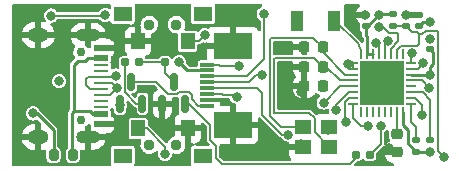
<source format=gbr>
%TF.GenerationSoftware,KiCad,Pcbnew,(6.0.2)*%
%TF.CreationDate,2022-07-11T18:19:18+02:00*%
%TF.ProjectId,ESP32-MicroView,45535033-322d-44d6-9963-726f56696577,rev?*%
%TF.SameCoordinates,Original*%
%TF.FileFunction,Copper,L4,Bot*%
%TF.FilePolarity,Positive*%
%FSLAX46Y46*%
G04 Gerber Fmt 4.6, Leading zero omitted, Abs format (unit mm)*
G04 Created by KiCad (PCBNEW (6.0.2)) date 2022-07-11 18:19:18*
%MOMM*%
%LPD*%
G01*
G04 APERTURE LIST*
G04 Aperture macros list*
%AMRoundRect*
0 Rectangle with rounded corners*
0 $1 Rounding radius*
0 $2 $3 $4 $5 $6 $7 $8 $9 X,Y pos of 4 corners*
0 Add a 4 corners polygon primitive as box body*
4,1,4,$2,$3,$4,$5,$6,$7,$8,$9,$2,$3,0*
0 Add four circle primitives for the rounded corners*
1,1,$1+$1,$2,$3*
1,1,$1+$1,$4,$5*
1,1,$1+$1,$6,$7*
1,1,$1+$1,$8,$9*
0 Add four rect primitives between the rounded corners*
20,1,$1+$1,$2,$3,$4,$5,0*
20,1,$1+$1,$4,$5,$6,$7,0*
20,1,$1+$1,$6,$7,$8,$9,0*
20,1,$1+$1,$8,$9,$2,$3,0*%
G04 Aperture macros list end*
%TA.AperFunction,SMDPad,CuDef*%
%ADD10R,1.200000X0.300000*%
%TD*%
%TA.AperFunction,SMDPad,CuDef*%
%ADD11R,3.300000X2.200000*%
%TD*%
%TA.AperFunction,SMDPad,CuDef*%
%ADD12RoundRect,0.135000X0.185000X-0.135000X0.185000X0.135000X-0.185000X0.135000X-0.185000X-0.135000X0*%
%TD*%
%TA.AperFunction,ComponentPad*%
%ADD13C,0.750000*%
%TD*%
%TA.AperFunction,ComponentPad*%
%ADD14O,1.800000X1.200000*%
%TD*%
%TA.AperFunction,ComponentPad*%
%ADD15O,2.000000X1.100000*%
%TD*%
%TA.AperFunction,SMDPad,CuDef*%
%ADD16R,1.300000X0.500000*%
%TD*%
%TA.AperFunction,SMDPad,CuDef*%
%ADD17R,1.300000X0.280000*%
%TD*%
%TA.AperFunction,SMDPad,CuDef*%
%ADD18RoundRect,0.160000X0.197500X0.160000X-0.197500X0.160000X-0.197500X-0.160000X0.197500X-0.160000X0*%
%TD*%
%TA.AperFunction,SMDPad,CuDef*%
%ADD19RoundRect,0.225000X0.225000X0.250000X-0.225000X0.250000X-0.225000X-0.250000X0.225000X-0.250000X0*%
%TD*%
%TA.AperFunction,ComponentPad*%
%ADD20C,0.950000*%
%TD*%
%TA.AperFunction,SMDPad,CuDef*%
%ADD21R,1.200000X1.400000*%
%TD*%
%TA.AperFunction,SMDPad,CuDef*%
%ADD22R,1.600000X1.300000*%
%TD*%
%TA.AperFunction,SMDPad,CuDef*%
%ADD23R,1.000000X1.750000*%
%TD*%
%TA.AperFunction,SMDPad,CuDef*%
%ADD24RoundRect,0.150000X0.150000X-0.587500X0.150000X0.587500X-0.150000X0.587500X-0.150000X-0.587500X0*%
%TD*%
%TA.AperFunction,SMDPad,CuDef*%
%ADD25RoundRect,0.225000X-0.225000X-0.250000X0.225000X-0.250000X0.225000X0.250000X-0.225000X0.250000X0*%
%TD*%
%TA.AperFunction,SMDPad,CuDef*%
%ADD26RoundRect,0.140000X0.170000X-0.140000X0.170000X0.140000X-0.170000X0.140000X-0.170000X-0.140000X0*%
%TD*%
%TA.AperFunction,SMDPad,CuDef*%
%ADD27R,1.400000X1.200000*%
%TD*%
%TA.AperFunction,SMDPad,CuDef*%
%ADD28RoundRect,0.200000X-0.200000X-0.275000X0.200000X-0.275000X0.200000X0.275000X-0.200000X0.275000X0*%
%TD*%
%TA.AperFunction,SMDPad,CuDef*%
%ADD29RoundRect,0.135000X-0.185000X0.135000X-0.185000X-0.135000X0.185000X-0.135000X0.185000X0.135000X0*%
%TD*%
%TA.AperFunction,SMDPad,CuDef*%
%ADD30RoundRect,0.225000X-0.250000X0.225000X-0.250000X-0.225000X0.250000X-0.225000X0.250000X0.225000X0*%
%TD*%
%TA.AperFunction,SMDPad,CuDef*%
%ADD31RoundRect,0.062500X-0.062500X0.337500X-0.062500X-0.337500X0.062500X-0.337500X0.062500X0.337500X0*%
%TD*%
%TA.AperFunction,SMDPad,CuDef*%
%ADD32RoundRect,0.062500X-0.337500X0.062500X-0.337500X-0.062500X0.337500X-0.062500X0.337500X0.062500X0*%
%TD*%
%TA.AperFunction,SMDPad,CuDef*%
%ADD33R,3.700000X3.700000*%
%TD*%
%TA.AperFunction,ViaPad*%
%ADD34C,0.800000*%
%TD*%
%TA.AperFunction,Conductor*%
%ADD35C,0.245000*%
%TD*%
%TA.AperFunction,Conductor*%
%ADD36C,0.127000*%
%TD*%
G04 APERTURE END LIST*
D10*
%TO.P,FPC1,1,1*%
%TO.N,Net-(FPC1-Pad1)*%
X81930200Y-45239200D03*
%TO.P,FPC1,2,2*%
%TO.N,GND*%
X81930200Y-44739200D03*
%TO.P,FPC1,3,3*%
%TO.N,LCD_RESET*%
X81930200Y-44239200D03*
%TO.P,FPC1,4,4*%
%TO.N,LCD_RS*%
X81930200Y-43739200D03*
%TO.P,FPC1,5,5*%
%TO.N,LCD_DATA*%
X81930200Y-43239200D03*
%TO.P,FPC1,6,6*%
%TO.N,IO2*%
X81930200Y-42739200D03*
%TO.P,FPC1,7,7*%
%TO.N,+3V3*%
X81930200Y-42239200D03*
%TO.P,FPC1,8,8*%
%TO.N,LCD_CS*%
X81930200Y-41739200D03*
D11*
%TO.P,FPC1,9,9*%
%TO.N,GND*%
X84090200Y-40139200D03*
%TO.P,FPC1,10,10*%
X84090200Y-46839200D03*
%TD*%
D12*
%TO.P,R4,1*%
%TO.N,IO2*%
X96520000Y-38508400D03*
%TO.P,R4,2*%
%TO.N,+3V3*%
X96520000Y-37488400D03*
%TD*%
D13*
%TO.P,USBC1,*%
%TO.N,*%
X71232900Y-46449200D03*
X71232900Y-40669200D03*
D14*
%TO.P,USBC1,0,0*%
%TO.N,GND*%
X67642900Y-39239200D03*
D15*
X71842900Y-47879200D03*
X71842900Y-39239200D03*
D14*
X67642900Y-47879200D03*
D16*
%TO.P,USBC1,A1,GND*%
X72902900Y-46759200D03*
%TO.P,USBC1,A4,VBUS*%
%TO.N,Net-(F2-Pad2)*%
X72902900Y-45959200D03*
D17*
%TO.P,USBC1,A5,CC1*%
%TO.N,unconnected-(USBC1-PadA5)*%
X72902900Y-44809200D03*
%TO.P,USBC1,A6,DP1*%
%TO.N,USB_P*%
X72902900Y-43809200D03*
%TO.P,USBC1,A7,DN1*%
%TO.N,USB_N*%
X72902900Y-43309200D03*
%TO.P,USBC1,A8,SBU1*%
%TO.N,unconnected-(USBC1-PadA8)*%
X72902900Y-42309200D03*
D16*
%TO.P,USBC1,A9,VBUS*%
%TO.N,Net-(F2-Pad2)*%
X72902900Y-41159200D03*
%TO.P,USBC1,A12,GND*%
%TO.N,GND*%
X72902900Y-40359200D03*
D17*
%TO.P,USBC1,B5,CC2*%
%TO.N,unconnected-(USBC1-PadB5)*%
X72902900Y-41809200D03*
%TO.P,USBC1,B6,DP2*%
%TO.N,USB_P*%
X72902900Y-42809200D03*
%TO.P,USBC1,B7,DN2*%
%TO.N,USB_N*%
X72902900Y-44309200D03*
%TO.P,USBC1,B8,SBU2*%
%TO.N,unconnected-(USBC1-PadB8)*%
X72902900Y-45309200D03*
%TD*%
D18*
%TO.P,R8,1*%
%TO.N,+3V3*%
X79540700Y-41554400D03*
%TO.P,R8,2*%
%TO.N,Net-(Q1-Pad3)*%
X78345700Y-41554400D03*
%TD*%
D19*
%TO.P,C4,1*%
%TO.N,+3V3*%
X91707000Y-43586400D03*
%TO.P,C4,2*%
%TO.N,GND*%
X90157000Y-43586400D03*
%TD*%
D20*
%TO.P,S2,*%
%TO.N,*%
X77031200Y-38358000D03*
X79331200Y-38358000D03*
D21*
%TO.P,S2,1,1*%
%TO.N,GND*%
X76081200Y-39758000D03*
%TO.P,S2,2,2*%
%TO.N,UPLOAD*%
X80281200Y-39758000D03*
D22*
%TO.P,S2,3*%
%TO.N,N/C*%
X81581200Y-37458000D03*
%TO.P,S2,4*%
X74781200Y-37458000D03*
%TD*%
D18*
%TO.P,R7,1*%
%TO.N,LCD_BL*%
X95707200Y-49377600D03*
%TO.P,R7,2*%
%TO.N,Net-(Q1-Pad1)*%
X94512200Y-49377600D03*
%TD*%
D23*
%TO.P,T1,1,1*%
%TO.N,Net-(T1-Pad1)*%
X92664400Y-38049200D03*
%TO.P,T1,2,2*%
%TO.N,unconnected-(T1-Pad2)*%
X89504400Y-38049200D03*
%TD*%
D24*
%TO.P,Q1,1,B*%
%TO.N,Net-(Q1-Pad1)*%
X80045600Y-45082700D03*
%TO.P,Q1,2,E*%
%TO.N,GND*%
X78145600Y-45082700D03*
%TO.P,Q1,3,C*%
%TO.N,Net-(Q1-Pad3)*%
X79095600Y-43207700D03*
%TD*%
D25*
%TO.P,C7,1*%
%TO.N,GND*%
X90157000Y-41910000D03*
%TO.P,C7,2*%
%TO.N,/XTAL1_P*%
X91707000Y-41910000D03*
%TD*%
D24*
%TO.P,Q2,1,B*%
%TO.N,Net-(Q2-Pad1)*%
X76454000Y-45059600D03*
%TO.P,Q2,2,E*%
%TO.N,+3V3*%
X74554000Y-45059600D03*
%TO.P,Q2,3,C*%
%TO.N,Net-(FPC1-Pad1)*%
X75504000Y-43184600D03*
%TD*%
D26*
%TO.P,C3,1*%
%TO.N,+3V3*%
X99872800Y-38478400D03*
%TO.P,C3,2*%
%TO.N,GND*%
X99872800Y-37518400D03*
%TD*%
%TO.P,C1,1*%
%TO.N,EN*%
X98755200Y-38478400D03*
%TO.P,C1,2*%
%TO.N,GND*%
X98755200Y-37518400D03*
%TD*%
D27*
%TO.P,Y1,1,1*%
%TO.N,/XTAL1_N*%
X90086000Y-47003600D03*
%TO.P,Y1,2,2*%
%TO.N,GND*%
X92286000Y-47003600D03*
%TO.P,Y1,3,3*%
%TO.N,/XTAL1_P*%
X92286000Y-48703600D03*
%TO.P,Y1,4,4*%
%TO.N,GND*%
X90086000Y-48703600D03*
%TD*%
D12*
%TO.P,R1,1*%
%TO.N,EN*%
X97637600Y-38508400D03*
%TO.P,R1,2*%
%TO.N,+3V3*%
X97637600Y-37488400D03*
%TD*%
D26*
%TO.P,C2,1*%
%TO.N,+3V3*%
X95351600Y-38478400D03*
%TO.P,C2,2*%
%TO.N,GND*%
X95351600Y-37518400D03*
%TD*%
D28*
%TO.P,F2,1*%
%TO.N,+5V*%
X68923400Y-49377600D03*
%TO.P,F2,2*%
%TO.N,Net-(F2-Pad2)*%
X70573400Y-49377600D03*
%TD*%
D25*
%TO.P,C6,1*%
%TO.N,GND*%
X90157000Y-40284400D03*
%TO.P,C6,2*%
%TO.N,/XTAL1_N*%
X91707000Y-40284400D03*
%TD*%
D18*
%TO.P,R9,1*%
%TO.N,Net-(Q1-Pad3)*%
X76187900Y-41554400D03*
%TO.P,R9,2*%
%TO.N,Net-(Q2-Pad1)*%
X74992900Y-41554400D03*
%TD*%
D26*
%TO.P,C8,1*%
%TO.N,+3V3*%
X100787200Y-40459600D03*
%TO.P,C8,2*%
%TO.N,GND*%
X100787200Y-39499600D03*
%TD*%
D29*
%TO.P,R3,1*%
%TO.N,IO10*%
X99618800Y-48105600D03*
%TO.P,R3,2*%
%TO.N,+3V3*%
X99618800Y-49125600D03*
%TD*%
D30*
%TO.P,C9,1*%
%TO.N,VDD_SPI*%
X97993200Y-47586600D03*
%TO.P,C9,2*%
%TO.N,GND*%
X97993200Y-49136600D03*
%TD*%
D29*
%TO.P,R2,1*%
%TO.N,IO8*%
X100787200Y-48105600D03*
%TO.P,R2,2*%
%TO.N,+3V3*%
X100787200Y-49125600D03*
%TD*%
D31*
%TO.P,U1,1,LNA_IN*%
%TO.N,Net-(T1-Pad1)*%
X94973200Y-40882400D03*
%TO.P,U1,2,VDD3P3*%
%TO.N,+3V3*%
X95473200Y-40882400D03*
%TO.P,U1,3,VDD3P3*%
X95973200Y-40882400D03*
%TO.P,U1,4,XTAL_32K_P*%
%TO.N,LCD_RESET*%
X96473200Y-40882400D03*
%TO.P,U1,5,XTAL_32K_N*%
%TO.N,LCD_CS*%
X96973200Y-40882400D03*
%TO.P,U1,6,GPIO2*%
%TO.N,IO2*%
X97473200Y-40882400D03*
%TO.P,U1,7,CHIP_EN*%
%TO.N,EN*%
X97973200Y-40882400D03*
%TO.P,U1,8,GPIO3*%
%TO.N,unconnected-(U1-Pad8)*%
X98473200Y-40882400D03*
D32*
%TO.P,U1,9,MTMS*%
%TO.N,LCD_DATA*%
X99173200Y-41582400D03*
%TO.P,U1,10,MTDI*%
%TO.N,LCD_BL*%
X99173200Y-42082400D03*
%TO.P,U1,11,VDD3P3_RTC*%
%TO.N,+3V3*%
X99173200Y-42582400D03*
%TO.P,U1,12,MTCK*%
%TO.N,LCD_RS*%
X99173200Y-43082400D03*
%TO.P,U1,13,MTDO*%
%TO.N,unconnected-(U1-Pad13)*%
X99173200Y-43582400D03*
%TO.P,U1,14,GPIO8*%
%TO.N,IO8*%
X99173200Y-44082400D03*
%TO.P,U1,15,GPIO9*%
%TO.N,UPLOAD*%
X99173200Y-44582400D03*
%TO.P,U1,16,GPIO10*%
%TO.N,IO10*%
X99173200Y-45082400D03*
D31*
%TO.P,U1,17,VDD3P3_CPU*%
%TO.N,+3V3*%
X98473200Y-45782400D03*
%TO.P,U1,18,VDD_SPI*%
%TO.N,VDD_SPI*%
X97973200Y-45782400D03*
%TO.P,U1,19,SPIHD*%
%TO.N,unconnected-(U1-Pad19)*%
X97473200Y-45782400D03*
%TO.P,U1,20,SPIWP*%
%TO.N,unconnected-(U1-Pad20)*%
X96973200Y-45782400D03*
%TO.P,U1,21,SPICS0*%
%TO.N,unconnected-(U1-Pad21)*%
X96473200Y-45782400D03*
%TO.P,U1,22,SPICLK*%
%TO.N,unconnected-(U1-Pad22)*%
X95973200Y-45782400D03*
%TO.P,U1,23,SPID*%
%TO.N,unconnected-(U1-Pad23)*%
X95473200Y-45782400D03*
%TO.P,U1,24,SPIQ*%
%TO.N,unconnected-(U1-Pad24)*%
X94973200Y-45782400D03*
D32*
%TO.P,U1,25,GPIO18*%
%TO.N,USB_N*%
X94273200Y-45082400D03*
%TO.P,U1,26,GPIO19*%
%TO.N,USB_P*%
X94273200Y-44582400D03*
%TO.P,U1,27,U0RXD*%
%TO.N,RX*%
X94273200Y-44082400D03*
%TO.P,U1,28,U0TXD*%
%TO.N,TX*%
X94273200Y-43582400D03*
%TO.P,U1,29,XTAL_N*%
%TO.N,/XTAL1_P*%
X94273200Y-43082400D03*
%TO.P,U1,30,XTAL_P*%
%TO.N,/XTAL1_N*%
X94273200Y-42582400D03*
%TO.P,U1,31,VDDA*%
%TO.N,+3V3*%
X94273200Y-42082400D03*
%TO.P,U1,32,VDDA*%
X94273200Y-41582400D03*
D33*
%TO.P,U1,33,EP*%
%TO.N,GND*%
X96723200Y-43332400D03*
%TD*%
D20*
%TO.P,S1,*%
%TO.N,*%
X79331200Y-48552300D03*
X77031200Y-48552300D03*
D21*
%TO.P,S1,1,1*%
%TO.N,GND*%
X80281200Y-47152300D03*
%TO.P,S1,2,2*%
%TO.N,EN*%
X76081200Y-47152300D03*
D22*
%TO.P,S1,3*%
%TO.N,N/C*%
X74781200Y-49452300D03*
%TO.P,S1,4*%
X81581200Y-49452300D03*
%TD*%
D34*
%TO.N,+5V*%
X67208400Y-45872400D03*
%TO.N,GND*%
X95300800Y-37541200D03*
X70053200Y-39725600D03*
X100787200Y-39580100D03*
X89865200Y-44043600D03*
X66090800Y-46990000D03*
X89865200Y-48463200D03*
X92198775Y-47294800D03*
X83820000Y-39725600D03*
X68122800Y-45364400D03*
X97332800Y-48818800D03*
X87934800Y-40386000D03*
X95808800Y-42570400D03*
X98755200Y-37541200D03*
X67665600Y-43484800D03*
%TO.N,EN*%
X78365595Y-49294748D03*
X101955600Y-49530000D03*
%TO.N,+3V3*%
X100787200Y-38150800D03*
X79552800Y-41554400D03*
X96520000Y-37541200D03*
X100787200Y-49174400D03*
X93827600Y-41706800D03*
X91744800Y-43586400D03*
X100838000Y-42621200D03*
X69410350Y-43146750D03*
X74523600Y-45161200D03*
%TO.N,LCD_RESET*%
X84429600Y-44450000D03*
X96226000Y-39881364D03*
%TO.N,LCD_RS*%
X88788391Y-47666600D03*
X100736400Y-43688000D03*
%TO.N,LCD_DATA*%
X86560600Y-42621200D03*
X99314000Y-40795000D03*
%TO.N,IO2*%
X96520000Y-38540703D03*
X86715600Y-37439600D03*
%TO.N,LCD_CS*%
X97212451Y-39720369D03*
X84632800Y-41838702D03*
%TO.N,RX*%
X92862400Y-45618400D03*
%TO.N,TX*%
X73290612Y-37554988D03*
X91795600Y-44955400D03*
X68732400Y-37592000D03*
%TO.N,LCD_BL*%
X100172700Y-41605200D03*
X96621600Y-46939200D03*
%TO.N,UPLOAD*%
X100124200Y-46024800D03*
X81737200Y-39268400D03*
%TO.N,USB_N*%
X95554800Y-46939211D03*
X74268881Y-43734879D03*
%TO.N,USB_P*%
X93675200Y-46612691D03*
X74218800Y-42672000D03*
%TD*%
D35*
%TO.N,+3V3*%
X100787200Y-38150800D02*
X100200400Y-38150800D01*
X100200400Y-38150800D02*
X99872800Y-38478400D01*
%TO.N,+5V*%
X68923400Y-47282600D02*
X67513200Y-45872400D01*
X68923400Y-49377600D02*
X68923400Y-47485800D01*
X68923400Y-47485800D02*
X68923400Y-47282600D01*
X67513200Y-45872400D02*
X67208400Y-45872400D01*
D36*
%TO.N,GND*%
X99872800Y-37518400D02*
X98778000Y-37518400D01*
X100787200Y-39499600D02*
X100787200Y-39580100D01*
X98778000Y-37518400D02*
X98755200Y-37541200D01*
%TO.N,EN*%
X101447600Y-49022000D02*
X101447600Y-43180000D01*
X78365595Y-48709695D02*
X78365595Y-49294748D01*
X97637600Y-38508400D02*
X98725200Y-38508400D01*
X99872800Y-39979600D02*
X99872800Y-39166800D01*
X99872800Y-39166800D02*
X99727420Y-39021420D01*
X101447600Y-43180000D02*
X101501011Y-43126589D01*
X99727420Y-39021420D02*
X99298220Y-39021420D01*
X99720400Y-40132000D02*
X99872800Y-39979600D01*
X101955600Y-49530000D02*
X101447600Y-49022000D01*
X101501011Y-38864611D02*
X100452229Y-38864611D01*
X97973200Y-40882400D02*
X97973200Y-40522046D01*
X101501011Y-43126589D02*
X101501011Y-38864611D01*
X98725200Y-38508400D02*
X98755200Y-38478400D01*
X98363246Y-40132000D02*
X99720400Y-40132000D01*
X100452229Y-38864611D02*
X100150040Y-39166800D01*
X76081200Y-47152300D02*
X76808200Y-47152300D01*
X99298220Y-39021420D02*
X98755200Y-38478400D01*
X100150040Y-39166800D02*
X99872800Y-39166800D01*
X97973200Y-40522046D02*
X98363246Y-40132000D01*
X76808200Y-47152300D02*
X78365595Y-48709695D01*
%TO.N,+3V3*%
X94273200Y-42082400D02*
X94273200Y-41582400D01*
D35*
X100787200Y-49174400D02*
X99667600Y-49174400D01*
D36*
X94245200Y-41554400D02*
X94273200Y-41582400D01*
D35*
X96520000Y-37488400D02*
X95530000Y-38478400D01*
X95351600Y-38478400D02*
X95351600Y-39217600D01*
X80237600Y-42239200D02*
X81930200Y-42239200D01*
X100838000Y-42621200D02*
X100838000Y-41960800D01*
X98473200Y-45782400D02*
X98473200Y-46817997D01*
X95351600Y-39217600D02*
X95504000Y-39370000D01*
D36*
X93827600Y-41554400D02*
X94245200Y-41554400D01*
D35*
X99667600Y-49174400D02*
X99618800Y-49125600D01*
X95504000Y-39370000D02*
X95504000Y-40851600D01*
X79552800Y-41554400D02*
X80237600Y-42239200D01*
X98899203Y-48406003D02*
X99618800Y-49125600D01*
X101092000Y-40764400D02*
X100787200Y-40459600D01*
X96520000Y-37488400D02*
X97637600Y-37488400D01*
X95504000Y-40851600D02*
X95473200Y-40882400D01*
X99173200Y-42582400D02*
X100822000Y-42582400D01*
X95530000Y-38478400D02*
X95351600Y-38478400D01*
X95473200Y-40882400D02*
X95973200Y-40882400D01*
X101092000Y-41706800D02*
X101092000Y-40764400D01*
X98899203Y-47244000D02*
X98899203Y-48406003D01*
X98473200Y-46817997D02*
X98899203Y-47244000D01*
X100838000Y-41960800D02*
X101092000Y-41706800D01*
D36*
%TO.N,/XTAL1_N*%
X94273200Y-42582400D02*
X93585600Y-42582400D01*
X87223600Y-39624000D02*
X87376000Y-39471600D01*
X93585600Y-42582400D02*
X91707000Y-40703800D01*
X90086000Y-47003600D02*
X88151600Y-47003600D01*
X87223600Y-46075600D02*
X87223600Y-39624000D01*
X90894200Y-39471600D02*
X91707000Y-40284400D01*
X88151600Y-47003600D02*
X87223600Y-46075600D01*
X91707000Y-40703800D02*
X91707000Y-40284400D01*
X87376000Y-39471600D02*
X90894200Y-39471600D01*
%TO.N,/XTAL1_P*%
X90968980Y-41171980D02*
X91707000Y-41910000D01*
X87579200Y-45821600D02*
X87579200Y-41300400D01*
X91707000Y-41910000D02*
X91998800Y-41910000D01*
X91998800Y-41910000D02*
X93171200Y-43082400D01*
X87707620Y-41171980D02*
X90968980Y-41171980D01*
X91049011Y-47466611D02*
X91049011Y-46294211D01*
X93171200Y-43082400D02*
X94273200Y-43082400D01*
X92286000Y-48703600D02*
X91049011Y-47466611D01*
X91049011Y-46294211D02*
X90576400Y-45821600D01*
X90576400Y-45821600D02*
X87579200Y-45821600D01*
X87579200Y-41300400D02*
X87707620Y-41171980D01*
%TO.N,VDD_SPI*%
X97973200Y-47566600D02*
X97993200Y-47586600D01*
X97973200Y-45782400D02*
X97973200Y-47566600D01*
D35*
%TO.N,Net-(F2-Pad2)*%
X71827633Y-41159200D02*
X72902900Y-41159200D01*
X71996579Y-45682179D02*
X72273600Y-45959200D01*
X72273600Y-45959200D02*
X72902900Y-45959200D01*
X70573400Y-49377600D02*
X70465879Y-49270079D01*
X70649821Y-45682179D02*
X70649821Y-41770579D01*
X70649821Y-45682179D02*
X71996579Y-45682179D01*
X70465879Y-45866121D02*
X70649821Y-45682179D01*
X70984179Y-41436221D02*
X71550612Y-41436221D01*
X70465879Y-49270079D02*
X70465879Y-45866121D01*
X71550612Y-41436221D02*
X71827633Y-41159200D01*
X70649821Y-41770579D02*
X70984179Y-41436221D01*
D36*
%TO.N,Net-(FPC1-Pad1)*%
X81930200Y-45239200D02*
X81154800Y-45239200D01*
X77569098Y-43184600D02*
X75504000Y-43184600D01*
X78631298Y-44246800D02*
X77569098Y-43184600D01*
X80608620Y-44693020D02*
X80608620Y-44324122D01*
X80608620Y-44324122D02*
X80366678Y-44082180D01*
X80366678Y-44082180D02*
X79542718Y-44082180D01*
X79542718Y-44082180D02*
X79378098Y-44246800D01*
X81154800Y-45239200D02*
X80608620Y-44693020D01*
X79378098Y-44246800D02*
X78631298Y-44246800D01*
%TO.N,LCD_RESET*%
X96473200Y-40882400D02*
X96473200Y-40128564D01*
X83261200Y-44297600D02*
X84328000Y-44297600D01*
X83202800Y-44239200D02*
X83261200Y-44297600D01*
X83202800Y-44239200D02*
X81930200Y-44239200D01*
X96473200Y-40128564D02*
X96226000Y-39881364D01*
%TO.N,LCD_RS*%
X86157200Y-43739200D02*
X81930200Y-43739200D01*
X88255800Y-47666600D02*
X86563200Y-45974000D01*
X88788391Y-47666600D02*
X88255800Y-47666600D01*
X100130800Y-43082400D02*
X100736400Y-43688000D01*
X99173200Y-43082400D02*
X100130800Y-43082400D01*
X86563200Y-45974000D02*
X86563200Y-44145200D01*
X86563200Y-44145200D02*
X86157200Y-43739200D01*
%TO.N,LCD_DATA*%
X99173200Y-41582400D02*
X99173200Y-40935800D01*
X86055200Y-42621200D02*
X85437200Y-43239200D01*
X86560600Y-42621200D02*
X86055200Y-42621200D01*
X85437200Y-43239200D02*
X81930200Y-43239200D01*
X99173200Y-40935800D02*
X99314000Y-40795000D01*
%TO.N,IO2*%
X96520000Y-38540703D02*
X96655903Y-38540703D01*
X96520000Y-38508400D02*
X96754715Y-38508400D01*
X97473200Y-40398000D02*
X97473200Y-40882400D01*
X98094800Y-39776400D02*
X97473200Y-40398000D01*
X86664800Y-41351200D02*
X86715600Y-41300400D01*
X86715600Y-41300400D02*
X86715600Y-37439600D01*
X85276800Y-42739200D02*
X86664800Y-41351200D01*
X98094800Y-39166800D02*
X98094800Y-39776400D01*
X96754715Y-38508400D02*
X97287735Y-39041420D01*
X81930200Y-42739200D02*
X85276800Y-42739200D01*
X97969420Y-39041420D02*
X98094800Y-39166800D01*
X97287735Y-39041420D02*
X97969420Y-39041420D01*
%TO.N,LCD_CS*%
X82938000Y-41739200D02*
X81930200Y-41739200D01*
X84632800Y-41838702D02*
X83037502Y-41838702D01*
X96973200Y-39959620D02*
X97212451Y-39720369D01*
X96973200Y-40882400D02*
X96973200Y-39959620D01*
X83037502Y-41838702D02*
X82938000Y-41739200D01*
%TO.N,RX*%
X92862400Y-45132846D02*
X92862400Y-45618400D01*
X94273200Y-44082400D02*
X93912846Y-44082400D01*
X93912846Y-44082400D02*
X92862400Y-45132846D01*
%TO.N,TX*%
X73290612Y-37554988D02*
X73253600Y-37592000D01*
X93168600Y-43582400D02*
X91795600Y-44955400D01*
X94273200Y-43582400D02*
X93168600Y-43582400D01*
X73253600Y-37592000D02*
X68732400Y-37592000D01*
%TO.N,Net-(Q1-Pad1)*%
X82177189Y-46871189D02*
X82177189Y-48090389D01*
X82702400Y-48615600D02*
X82702400Y-49682400D01*
X82177189Y-48090389D02*
X82702400Y-48615600D01*
X83159600Y-50139600D02*
X94030800Y-50139600D01*
X94030800Y-50139600D02*
X94512200Y-49658200D01*
X80045600Y-45082700D02*
X80388700Y-45082700D01*
X94512200Y-49658200D02*
X94512200Y-49377600D01*
X82702400Y-49682400D02*
X83159600Y-50139600D01*
X80388700Y-45082700D02*
X82177189Y-46871189D01*
%TO.N,Net-(Q1-Pad3)*%
X78345700Y-42457800D02*
X79095600Y-43207700D01*
X78345700Y-41554400D02*
X78345700Y-42457800D01*
X78345700Y-41554400D02*
X76187900Y-41554400D01*
%TO.N,Net-(Q2-Pad1)*%
X75895200Y-45059600D02*
X74940980Y-44105380D01*
X74940980Y-41606320D02*
X74992900Y-41554400D01*
X74940980Y-44105380D02*
X74940980Y-41606320D01*
X76454000Y-45059600D02*
X75895200Y-45059600D01*
%TO.N,IO8*%
X100787200Y-44704000D02*
X100165600Y-44082400D01*
X100787200Y-48105600D02*
X100787200Y-44704000D01*
X100165600Y-44082400D02*
X99173200Y-44082400D01*
%TO.N,IO10*%
X99618800Y-47040800D02*
X99618800Y-48105600D01*
X99173200Y-45082400D02*
X99173200Y-46595200D01*
X99173200Y-46595200D02*
X99618800Y-47040800D01*
%TO.N,LCD_BL*%
X96621600Y-48463200D02*
X95707200Y-49377600D01*
X99173200Y-42082400D02*
X99751200Y-42082400D01*
X96621600Y-46939200D02*
X96621600Y-48463200D01*
X100172700Y-41660900D02*
X100172700Y-41605200D01*
X99751200Y-42082400D02*
X100172700Y-41660900D01*
%TO.N,UPLOAD*%
X99173200Y-44582400D02*
X99533554Y-44582400D01*
X100124200Y-45173046D02*
X100124200Y-46024800D01*
X81737200Y-39268400D02*
X81247600Y-39758000D01*
X99533554Y-44582400D02*
X100124200Y-45173046D01*
X81247600Y-39758000D02*
X80281200Y-39758000D01*
%TO.N,Net-(T1-Pad1)*%
X94753714Y-40042114D02*
X92794882Y-38083282D01*
X92712600Y-38049200D02*
X92664400Y-38049200D01*
X94973200Y-40572000D02*
X94973200Y-40882400D01*
X92712600Y-38049201D02*
G75*
G02*
X92794881Y-38083283I2J-116360D01*
G01*
X94973200Y-40572000D02*
G75*
G03*
X94753714Y-40042114I-749373J-1D01*
G01*
%TO.N,USB_N*%
X72902900Y-43309200D02*
X73843202Y-43309200D01*
X95554800Y-46939211D02*
X94945211Y-46939211D01*
X74268881Y-43734879D02*
X73694560Y-44309200D01*
X73694560Y-44309200D02*
X72902900Y-44309200D01*
X94273200Y-46267200D02*
X94273200Y-45082400D01*
X94945211Y-46939211D02*
X94273200Y-46267200D01*
X73843202Y-43309200D02*
X74268881Y-43734879D01*
%TO.N,USB_P*%
X71678800Y-42976800D02*
X71678800Y-43484800D01*
X74081600Y-42809200D02*
X74218800Y-42672000D01*
X72902900Y-42809200D02*
X71846400Y-42809200D01*
X93675200Y-46612691D02*
X93610180Y-46547671D01*
X93610180Y-44870620D02*
X93898400Y-44582400D01*
X71678800Y-43484800D02*
X72003200Y-43809200D01*
X93610180Y-46547671D02*
X93610180Y-44870620D01*
X72902900Y-42809200D02*
X74081600Y-42809200D01*
X93898400Y-44582400D02*
X94273200Y-44582400D01*
X71846400Y-42809200D02*
X71678800Y-42976800D01*
X72003200Y-43809200D02*
X72902900Y-43809200D01*
%TD*%
%TA.AperFunction,Conductor*%
%TO.N,GND*%
G36*
X73727305Y-36647302D02*
G01*
X73773798Y-36700958D01*
X73782763Y-36777881D01*
X73780700Y-36788252D01*
X73780700Y-36921565D01*
X73760698Y-36989686D01*
X73707042Y-37036179D01*
X73636768Y-37046283D01*
X73595445Y-37031981D01*
X73593453Y-37030452D01*
X73585825Y-37027292D01*
X73455003Y-36973104D01*
X73447374Y-36969944D01*
X73290612Y-36949306D01*
X73133850Y-36969944D01*
X72987771Y-37030452D01*
X72862330Y-37126706D01*
X72766076Y-37252147D01*
X72762916Y-37259776D01*
X72759901Y-37264998D01*
X72708520Y-37313992D01*
X72650781Y-37328000D01*
X69348877Y-37328000D01*
X69280756Y-37307998D01*
X69248915Y-37278704D01*
X69165709Y-37170268D01*
X69165705Y-37170264D01*
X69160682Y-37163718D01*
X69035241Y-37067464D01*
X68889162Y-37006956D01*
X68732400Y-36986318D01*
X68575638Y-37006956D01*
X68429559Y-37067464D01*
X68304118Y-37163718D01*
X68207864Y-37289159D01*
X68147356Y-37435238D01*
X68126718Y-37592000D01*
X68147356Y-37748762D01*
X68207864Y-37894841D01*
X68212891Y-37901392D01*
X68212893Y-37901396D01*
X68246276Y-37944902D01*
X68271876Y-38011122D01*
X68257611Y-38080671D01*
X68208010Y-38131466D01*
X68138820Y-38147382D01*
X68122163Y-38145269D01*
X68055972Y-38132343D01*
X68047109Y-38131266D01*
X68044400Y-38131200D01*
X67915015Y-38131200D01*
X67899776Y-38135675D01*
X67898571Y-38137065D01*
X67896900Y-38144748D01*
X67896900Y-38967085D01*
X67901375Y-38982324D01*
X67902765Y-38983529D01*
X67910448Y-38985200D01*
X69003302Y-38985200D01*
X69014217Y-38981995D01*
X70369099Y-38981995D01*
X70375855Y-38985200D01*
X71570785Y-38985200D01*
X71586024Y-38980725D01*
X71587229Y-38979335D01*
X71588900Y-38971652D01*
X71588900Y-38967085D01*
X72096900Y-38967085D01*
X72101375Y-38982324D01*
X72102765Y-38983529D01*
X72110448Y-38985200D01*
X73302947Y-38985200D01*
X73316478Y-38981227D01*
X73317598Y-38973432D01*
X73280346Y-38846858D01*
X73275753Y-38835490D01*
X73185334Y-38662534D01*
X73178618Y-38652272D01*
X73056332Y-38500180D01*
X73047748Y-38491414D01*
X72898244Y-38365964D01*
X72888133Y-38359040D01*
X72717102Y-38265016D01*
X72705838Y-38260188D01*
X72519805Y-38201175D01*
X72507816Y-38198627D01*
X72355953Y-38181593D01*
X72348929Y-38181200D01*
X72115015Y-38181200D01*
X72099776Y-38185675D01*
X72098571Y-38187065D01*
X72096900Y-38194748D01*
X72096900Y-38967085D01*
X71588900Y-38967085D01*
X71588900Y-38199315D01*
X71584425Y-38184076D01*
X71583035Y-38182871D01*
X71575352Y-38181200D01*
X71343776Y-38181200D01*
X71337628Y-38181501D01*
X71192539Y-38195727D01*
X71180504Y-38198110D01*
X70993677Y-38254517D01*
X70982335Y-38259192D01*
X70810021Y-38350812D01*
X70799805Y-38357599D01*
X70648565Y-38480947D01*
X70639861Y-38489591D01*
X70515462Y-38639963D01*
X70508603Y-38650131D01*
X70415779Y-38821807D01*
X70411029Y-38833107D01*
X70369305Y-38967893D01*
X70369099Y-38981995D01*
X69014217Y-38981995D01*
X69016833Y-38981227D01*
X69018188Y-38971801D01*
X68996706Y-38882663D01*
X68992817Y-38871368D01*
X68910271Y-38689818D01*
X68904324Y-38679476D01*
X68788932Y-38516803D01*
X68781139Y-38507775D01*
X68680238Y-38411183D01*
X68644862Y-38349628D01*
X68648381Y-38278718D01*
X68689678Y-38220968D01*
X68750922Y-38195244D01*
X68889162Y-38177044D01*
X69035241Y-38116536D01*
X69160682Y-38020282D01*
X69165705Y-38013736D01*
X69165709Y-38013732D01*
X69248915Y-37905296D01*
X69306253Y-37863429D01*
X69348877Y-37856000D01*
X72702536Y-37856000D01*
X72770657Y-37876002D01*
X72802499Y-37905297D01*
X72857304Y-37976721D01*
X72857307Y-37976724D01*
X72862330Y-37983270D01*
X72868876Y-37988293D01*
X72887034Y-38002226D01*
X72987771Y-38079524D01*
X73133850Y-38140032D01*
X73142038Y-38141110D01*
X73189679Y-38147382D01*
X73290612Y-38160670D01*
X73298800Y-38159592D01*
X73439186Y-38141110D01*
X73447374Y-38140032D01*
X73593453Y-38079524D01*
X73600008Y-38074494D01*
X73600308Y-38074321D01*
X73669303Y-38057583D01*
X73736395Y-38080803D01*
X73780283Y-38136609D01*
X73786888Y-38158857D01*
X73792333Y-38186231D01*
X73836648Y-38252552D01*
X73902969Y-38296867D01*
X73915138Y-38299288D01*
X73915139Y-38299288D01*
X73950236Y-38306269D01*
X73961452Y-38308500D01*
X75344706Y-38308500D01*
X75412827Y-38328502D01*
X75459320Y-38382158D01*
X75469424Y-38452432D01*
X75439930Y-38517012D01*
X75373850Y-38557083D01*
X75363597Y-38559521D01*
X75243146Y-38604676D01*
X75227551Y-38613214D01*
X75125476Y-38689715D01*
X75112915Y-38702276D01*
X75036414Y-38804351D01*
X75027876Y-38819946D01*
X74982722Y-38940394D01*
X74979095Y-38955649D01*
X74973569Y-39006514D01*
X74973200Y-39013328D01*
X74973200Y-39485885D01*
X74977675Y-39501124D01*
X74979065Y-39502329D01*
X74986748Y-39504000D01*
X75809085Y-39504000D01*
X75824324Y-39499525D01*
X75825529Y-39498135D01*
X75827200Y-39490452D01*
X75827200Y-38568116D01*
X75822725Y-38552877D01*
X75821335Y-38551672D01*
X75813652Y-38550001D01*
X75666140Y-38550001D01*
X75598019Y-38529999D01*
X75551526Y-38476343D01*
X75541422Y-38406069D01*
X75544838Y-38398590D01*
X76281723Y-38398590D01*
X76282963Y-38405805D01*
X76282963Y-38405808D01*
X76309376Y-38559521D01*
X76311163Y-38569918D01*
X76314029Y-38576653D01*
X76314029Y-38576654D01*
X76325141Y-38602769D01*
X76335200Y-38652102D01*
X76335200Y-39485885D01*
X76339675Y-39501124D01*
X76341065Y-39502329D01*
X76348748Y-39504000D01*
X77171084Y-39504000D01*
X77186323Y-39499525D01*
X77187528Y-39498135D01*
X77189199Y-39490452D01*
X77189199Y-39182077D01*
X77209201Y-39113956D01*
X77262857Y-39067463D01*
X77272198Y-39063642D01*
X77367277Y-39029130D01*
X77512656Y-38933815D01*
X77632209Y-38807612D01*
X77690134Y-38707887D01*
X77715844Y-38663624D01*
X77715845Y-38663621D01*
X77719522Y-38657291D01*
X77769913Y-38490915D01*
X77770532Y-38480947D01*
X77776443Y-38385658D01*
X77780677Y-38317410D01*
X77777655Y-38299819D01*
X77752477Y-38153298D01*
X77751237Y-38146082D01*
X77683173Y-37986121D01*
X77580136Y-37846109D01*
X77447652Y-37733556D01*
X77292829Y-37654500D01*
X77285723Y-37652761D01*
X77285720Y-37652760D01*
X77197984Y-37631291D01*
X77123972Y-37613180D01*
X77116471Y-37612715D01*
X77114951Y-37612620D01*
X77114938Y-37612620D01*
X77113010Y-37612500D01*
X76987670Y-37612500D01*
X76896971Y-37623074D01*
X76865802Y-37626708D01*
X76865800Y-37626708D01*
X76858530Y-37627556D01*
X76851653Y-37630052D01*
X76851650Y-37630053D01*
X76775129Y-37657829D01*
X76695123Y-37686870D01*
X76549744Y-37782185D01*
X76430191Y-37908388D01*
X76394705Y-37969482D01*
X76346834Y-38051899D01*
X76342878Y-38058709D01*
X76340756Y-38065717D01*
X76340755Y-38065718D01*
X76338096Y-38074497D01*
X76292487Y-38225085D01*
X76292034Y-38232394D01*
X76292033Y-38232397D01*
X76287932Y-38298500D01*
X76281723Y-38398590D01*
X75544838Y-38398590D01*
X75570916Y-38341489D01*
X75630642Y-38303105D01*
X75641555Y-38300423D01*
X75659431Y-38296867D01*
X75725752Y-38252552D01*
X75770067Y-38186231D01*
X75775152Y-38160670D01*
X75780493Y-38133816D01*
X75781700Y-38127748D01*
X75781700Y-36788252D01*
X75779637Y-36777881D01*
X75785965Y-36707168D01*
X75829519Y-36651101D01*
X75903216Y-36627300D01*
X80459184Y-36627300D01*
X80527305Y-36647302D01*
X80573798Y-36700958D01*
X80582763Y-36777881D01*
X80580700Y-36788252D01*
X80580700Y-38127748D01*
X80581907Y-38133816D01*
X80587249Y-38160670D01*
X80592333Y-38186231D01*
X80636648Y-38252552D01*
X80702969Y-38296867D01*
X80715138Y-38299288D01*
X80715139Y-38299288D01*
X80750236Y-38306269D01*
X80761452Y-38308500D01*
X82246994Y-38308500D01*
X82315115Y-38328502D01*
X82361608Y-38382158D01*
X82371712Y-38452432D01*
X82342218Y-38517012D01*
X82291224Y-38552482D01*
X82202146Y-38585876D01*
X82186551Y-38594414D01*
X82084478Y-38670913D01*
X82079407Y-38675984D01*
X82017093Y-38710007D01*
X81942097Y-38703294D01*
X81901592Y-38686516D01*
X81901589Y-38686515D01*
X81893962Y-38683356D01*
X81864491Y-38679476D01*
X81799463Y-38670915D01*
X81737200Y-38662718D01*
X81674937Y-38670915D01*
X81609910Y-38679476D01*
X81580438Y-38683356D01*
X81434359Y-38743864D01*
X81308918Y-38840118D01*
X81303895Y-38846664D01*
X81238406Y-38932011D01*
X81181068Y-38973878D01*
X81110197Y-38978100D01*
X81048294Y-38943336D01*
X81033678Y-38925309D01*
X81032645Y-38923763D01*
X81032643Y-38923761D01*
X81025752Y-38913448D01*
X80959431Y-38869133D01*
X80947262Y-38866712D01*
X80947261Y-38866712D01*
X80907016Y-38858707D01*
X80900948Y-38857500D01*
X80122131Y-38857500D01*
X80054010Y-38837498D01*
X80007517Y-38783842D01*
X79997413Y-38713568D01*
X80013176Y-38668216D01*
X80015744Y-38663796D01*
X80019522Y-38657291D01*
X80069913Y-38490915D01*
X80070532Y-38480947D01*
X80076443Y-38385658D01*
X80080677Y-38317410D01*
X80077655Y-38299819D01*
X80052477Y-38153298D01*
X80051237Y-38146082D01*
X79983173Y-37986121D01*
X79880136Y-37846109D01*
X79747652Y-37733556D01*
X79592829Y-37654500D01*
X79585723Y-37652761D01*
X79585720Y-37652760D01*
X79497984Y-37631291D01*
X79423972Y-37613180D01*
X79416471Y-37612715D01*
X79414951Y-37612620D01*
X79414938Y-37612620D01*
X79413010Y-37612500D01*
X79287670Y-37612500D01*
X79196971Y-37623074D01*
X79165802Y-37626708D01*
X79165800Y-37626708D01*
X79158530Y-37627556D01*
X79151653Y-37630052D01*
X79151650Y-37630053D01*
X79075129Y-37657829D01*
X78995123Y-37686870D01*
X78849744Y-37782185D01*
X78730191Y-37908388D01*
X78694705Y-37969482D01*
X78646834Y-38051899D01*
X78642878Y-38058709D01*
X78640756Y-38065717D01*
X78640755Y-38065718D01*
X78638096Y-38074497D01*
X78592487Y-38225085D01*
X78592034Y-38232394D01*
X78592033Y-38232397D01*
X78587932Y-38298500D01*
X78581723Y-38398590D01*
X78582963Y-38405805D01*
X78582963Y-38405808D01*
X78609376Y-38559521D01*
X78611163Y-38569918D01*
X78679227Y-38729879D01*
X78782264Y-38869891D01*
X78914748Y-38982444D01*
X79069571Y-39061500D01*
X79076677Y-39063239D01*
X79076680Y-39063240D01*
X79158515Y-39083265D01*
X79238428Y-39102820D01*
X79245929Y-39103285D01*
X79247449Y-39103380D01*
X79247462Y-39103380D01*
X79249390Y-39103500D01*
X79354700Y-39103500D01*
X79422821Y-39123502D01*
X79469314Y-39177158D01*
X79480700Y-39229500D01*
X79480700Y-40477748D01*
X79481907Y-40483816D01*
X79487699Y-40512932D01*
X79492333Y-40536231D01*
X79536648Y-40602552D01*
X79602969Y-40646867D01*
X79615138Y-40649288D01*
X79615139Y-40649288D01*
X79638185Y-40653872D01*
X79661452Y-40658500D01*
X80900948Y-40658500D01*
X80924215Y-40653872D01*
X80947261Y-40649288D01*
X80947262Y-40649288D01*
X80959431Y-40646867D01*
X81025752Y-40602552D01*
X81070067Y-40536231D01*
X81074702Y-40512932D01*
X81080493Y-40483816D01*
X81081700Y-40477748D01*
X81081700Y-40148000D01*
X81101702Y-40079879D01*
X81155358Y-40033386D01*
X81207700Y-40022000D01*
X81209188Y-40022000D01*
X81233768Y-40024421D01*
X81235427Y-40024751D01*
X81235429Y-40024751D01*
X81247600Y-40027172D01*
X81259771Y-40024751D01*
X81261431Y-40024421D01*
X81273602Y-40022000D01*
X81294391Y-40017865D01*
X81338438Y-40009104D01*
X81338439Y-40009103D01*
X81350608Y-40006683D01*
X81437933Y-39948333D01*
X81445772Y-39936601D01*
X81461438Y-39917514D01*
X81487961Y-39890991D01*
X81550273Y-39856965D01*
X81593502Y-39855164D01*
X81729012Y-39873004D01*
X81737200Y-39874082D01*
X81845955Y-39859764D01*
X81916102Y-39870703D01*
X81934664Y-39882789D01*
X81945748Y-39885200D01*
X83818085Y-39885200D01*
X83833324Y-39880725D01*
X83834529Y-39879335D01*
X83836200Y-39871652D01*
X83836200Y-38549316D01*
X83831725Y-38534077D01*
X83830335Y-38532872D01*
X83822652Y-38531201D01*
X82520817Y-38531201D01*
X82452696Y-38511199D01*
X82406203Y-38457543D01*
X82396099Y-38387269D01*
X82425593Y-38322689D01*
X82460072Y-38297826D01*
X82459431Y-38296867D01*
X82515439Y-38259443D01*
X82525752Y-38252552D01*
X82570067Y-38186231D01*
X82575152Y-38160670D01*
X82580493Y-38133816D01*
X82581700Y-38127748D01*
X82581700Y-36788252D01*
X82579637Y-36777881D01*
X82585965Y-36707168D01*
X82629519Y-36651101D01*
X82703216Y-36627300D01*
X86474037Y-36627300D01*
X86542158Y-36647302D01*
X86588651Y-36700958D01*
X86598755Y-36771232D01*
X86569261Y-36835812D01*
X86522254Y-36869709D01*
X86412759Y-36915064D01*
X86406208Y-36920091D01*
X86294408Y-37005878D01*
X86287318Y-37011318D01*
X86282295Y-37017864D01*
X86278586Y-37022698D01*
X86191064Y-37136759D01*
X86130556Y-37282838D01*
X86129478Y-37291026D01*
X86126442Y-37314084D01*
X86109918Y-37439600D01*
X86130556Y-37596362D01*
X86191064Y-37742441D01*
X86287318Y-37867882D01*
X86293864Y-37872905D01*
X86293868Y-37872909D01*
X86402304Y-37956115D01*
X86444171Y-38013453D01*
X86451600Y-38056077D01*
X86451600Y-38794511D01*
X86431598Y-38862632D01*
X86377942Y-38909125D01*
X86307668Y-38919229D01*
X86243088Y-38889735D01*
X86207618Y-38838741D01*
X86193524Y-38801146D01*
X86184986Y-38785551D01*
X86108485Y-38683476D01*
X86095924Y-38670915D01*
X85993849Y-38594414D01*
X85978254Y-38585876D01*
X85857806Y-38540722D01*
X85842551Y-38537095D01*
X85791686Y-38531569D01*
X85784872Y-38531200D01*
X84362315Y-38531200D01*
X84347076Y-38535675D01*
X84345871Y-38537065D01*
X84344200Y-38544748D01*
X84344200Y-40267200D01*
X84324198Y-40335321D01*
X84270542Y-40381814D01*
X84218200Y-40393200D01*
X81950316Y-40393200D01*
X81935077Y-40397675D01*
X81933872Y-40399065D01*
X81932201Y-40406748D01*
X81932201Y-41262700D01*
X81912199Y-41330821D01*
X81858543Y-41377314D01*
X81806201Y-41388700D01*
X81310452Y-41388700D01*
X81304384Y-41389907D01*
X81264139Y-41397912D01*
X81264138Y-41397912D01*
X81251969Y-41400333D01*
X81185648Y-41444648D01*
X81178757Y-41454961D01*
X81152672Y-41494000D01*
X81141333Y-41510969D01*
X81138912Y-41523138D01*
X81138912Y-41523139D01*
X81135079Y-41542409D01*
X81129700Y-41569452D01*
X81129700Y-41790200D01*
X81109698Y-41858321D01*
X81056042Y-41904814D01*
X81003700Y-41916200D01*
X80423581Y-41916200D01*
X80355460Y-41896198D01*
X80334486Y-41879295D01*
X80185098Y-41729907D01*
X80151072Y-41667595D01*
X80149271Y-41624366D01*
X80157404Y-41562588D01*
X80158482Y-41554400D01*
X80141966Y-41428948D01*
X80138922Y-41405826D01*
X80137844Y-41397638D01*
X80077336Y-41251559D01*
X80072310Y-41245008D01*
X80072306Y-41245002D01*
X80063761Y-41233866D01*
X80050623Y-41212697D01*
X80049879Y-41211181D01*
X80035376Y-41181643D01*
X79985429Y-41131783D01*
X79981082Y-41126118D01*
X79975342Y-41121713D01*
X79974941Y-41121313D01*
X79974940Y-41121311D01*
X79957807Y-41104209D01*
X79950438Y-41096853D01*
X79941083Y-41092280D01*
X79941007Y-41092226D01*
X79919768Y-41079069D01*
X79862196Y-41034893D01*
X79862192Y-41034890D01*
X79855641Y-41029864D01*
X79709562Y-40969356D01*
X79675898Y-40964924D01*
X79577213Y-40951932D01*
X79552800Y-40948718D01*
X79528387Y-40951932D01*
X79429703Y-40964924D01*
X79396038Y-40969356D01*
X79249959Y-41029864D01*
X79228481Y-41046345D01*
X79207315Y-41059481D01*
X79130443Y-41097224D01*
X79113179Y-41114518D01*
X79061969Y-41165818D01*
X79045653Y-41182162D01*
X79043380Y-41186812D01*
X78989941Y-41228769D01*
X78919260Y-41235462D01*
X78856181Y-41202880D01*
X78843799Y-41188616D01*
X78840376Y-41181643D01*
X78833010Y-41174290D01*
X78833008Y-41174287D01*
X78762807Y-41104209D01*
X78762806Y-41104209D01*
X78755438Y-41096853D01*
X78694033Y-41066837D01*
X78656398Y-41048440D01*
X78656396Y-41048439D01*
X78647615Y-41044147D01*
X78637942Y-41042736D01*
X78637939Y-41042735D01*
X78605950Y-41038069D01*
X78577372Y-41033900D01*
X78114028Y-41033900D01*
X78109480Y-41034569D01*
X78109473Y-41034570D01*
X78052859Y-41042904D01*
X78052857Y-41042905D01*
X78043174Y-41044330D01*
X78034386Y-41048645D01*
X78034385Y-41048645D01*
X78012315Y-41059481D01*
X77935443Y-41097224D01*
X77918179Y-41114518D01*
X77866969Y-41165818D01*
X77850653Y-41182162D01*
X77846082Y-41191513D01*
X77846077Y-41191520D01*
X77832286Y-41219734D01*
X77784400Y-41272150D01*
X77719087Y-41290400D01*
X76814478Y-41290400D01*
X76746357Y-41270398D01*
X76701375Y-41219932D01*
X76697079Y-41211181D01*
X76682576Y-41181643D01*
X76675205Y-41174285D01*
X76669143Y-41165817D01*
X76671299Y-41164273D01*
X76644590Y-41115463D01*
X76649591Y-41044642D01*
X76692087Y-40987769D01*
X76754081Y-40963306D01*
X76783552Y-40960105D01*
X76798804Y-40956479D01*
X76919254Y-40911324D01*
X76934849Y-40902786D01*
X77036924Y-40826285D01*
X77049485Y-40813724D01*
X77125986Y-40711649D01*
X77134524Y-40696054D01*
X77179678Y-40575606D01*
X77183305Y-40560351D01*
X77188831Y-40509486D01*
X77189200Y-40502672D01*
X77189200Y-40030115D01*
X77184725Y-40014876D01*
X77183335Y-40013671D01*
X77175652Y-40012000D01*
X74991316Y-40012000D01*
X74976077Y-40016475D01*
X74974872Y-40017865D01*
X74973201Y-40025548D01*
X74973201Y-40502669D01*
X74973571Y-40509490D01*
X74979095Y-40560352D01*
X74982721Y-40575604D01*
X75027876Y-40696054D01*
X75036414Y-40711649D01*
X75112915Y-40813724D01*
X75117996Y-40818805D01*
X75152022Y-40881117D01*
X75146957Y-40951932D01*
X75104410Y-41008768D01*
X75037890Y-41033579D01*
X75028901Y-41033900D01*
X74761228Y-41033900D01*
X74756680Y-41034569D01*
X74756673Y-41034570D01*
X74700059Y-41042904D01*
X74700057Y-41042905D01*
X74690374Y-41044330D01*
X74681586Y-41048645D01*
X74681585Y-41048645D01*
X74659515Y-41059481D01*
X74582643Y-41097224D01*
X74565379Y-41114518D01*
X74514169Y-41165818D01*
X74497853Y-41182162D01*
X74469351Y-41240470D01*
X74453208Y-41273495D01*
X74445147Y-41289985D01*
X74443736Y-41299658D01*
X74443735Y-41299661D01*
X74441619Y-41314166D01*
X74434900Y-41360228D01*
X74434900Y-41748572D01*
X74435569Y-41753120D01*
X74435570Y-41753127D01*
X74441267Y-41791825D01*
X74445330Y-41819426D01*
X74486908Y-41904109D01*
X74498975Y-41974068D01*
X74471302Y-42039450D01*
X74412675Y-42079491D01*
X74357358Y-42084559D01*
X74226988Y-42067396D01*
X74218800Y-42066318D01*
X74062038Y-42086956D01*
X74054411Y-42090115D01*
X74054408Y-42090116D01*
X73917892Y-42146663D01*
X73847302Y-42154252D01*
X73783815Y-42122473D01*
X73747588Y-42061414D01*
X73746095Y-42005673D01*
X73752193Y-41975016D01*
X73753400Y-41968948D01*
X73753400Y-41649452D01*
X73741767Y-41590969D01*
X73737346Y-41584353D01*
X73730086Y-41516830D01*
X73736329Y-41495570D01*
X73741767Y-41487431D01*
X73753400Y-41428948D01*
X73753400Y-41156846D01*
X73773402Y-41088725D01*
X73803835Y-41056020D01*
X73908624Y-40977485D01*
X73921185Y-40964924D01*
X73997686Y-40862849D01*
X74006224Y-40847254D01*
X74051378Y-40726806D01*
X74055005Y-40711551D01*
X74060531Y-40660686D01*
X74060900Y-40653872D01*
X74060900Y-40627315D01*
X74056425Y-40612076D01*
X74055035Y-40610871D01*
X74047352Y-40609200D01*
X72778900Y-40609200D01*
X72710779Y-40589198D01*
X72664286Y-40535542D01*
X72652900Y-40483200D01*
X72652900Y-40235200D01*
X72672902Y-40167079D01*
X72726558Y-40120586D01*
X72778900Y-40109200D01*
X74042784Y-40109200D01*
X74058023Y-40104725D01*
X74059228Y-40103335D01*
X74060899Y-40095652D01*
X74060899Y-40064531D01*
X74060529Y-40057710D01*
X74055005Y-40006848D01*
X74051379Y-39991596D01*
X74006224Y-39871146D01*
X73997686Y-39855551D01*
X73921185Y-39753476D01*
X73908624Y-39740915D01*
X73806549Y-39664414D01*
X73790954Y-39655876D01*
X73670506Y-39610722D01*
X73655251Y-39607095D01*
X73604386Y-39601569D01*
X73597572Y-39601200D01*
X73443024Y-39601200D01*
X73374903Y-39581198D01*
X73328410Y-39527542D01*
X73323931Y-39506201D01*
X73318311Y-39497169D01*
X73309945Y-39493200D01*
X72115015Y-39493200D01*
X72099776Y-39497675D01*
X72098571Y-39499065D01*
X72096900Y-39506748D01*
X72096900Y-40211200D01*
X72076898Y-40279321D01*
X72023242Y-40325814D01*
X71970900Y-40337200D01*
X71855989Y-40337200D01*
X71787868Y-40317198D01*
X71749605Y-40278716D01*
X71738467Y-40261166D01*
X71738465Y-40261164D01*
X71734219Y-40254473D01*
X71628647Y-40155333D01*
X71592681Y-40094121D01*
X71588900Y-40063484D01*
X71588900Y-39511315D01*
X71584425Y-39496076D01*
X71583035Y-39494871D01*
X71575352Y-39493200D01*
X70382853Y-39493200D01*
X70369322Y-39497173D01*
X70368202Y-39504968D01*
X70405454Y-39631542D01*
X70410047Y-39642910D01*
X70500466Y-39815866D01*
X70507182Y-39826128D01*
X70629468Y-39978220D01*
X70638052Y-39986986D01*
X70731955Y-40065781D01*
X70771281Y-40124890D01*
X70772407Y-40195878D01*
X70748048Y-40242616D01*
X70738239Y-40254473D01*
X70688608Y-40314466D01*
X70688605Y-40314470D01*
X70683555Y-40320575D01*
X70680180Y-40327748D01*
X70680179Y-40327749D01*
X70671812Y-40345529D01*
X70614114Y-40468144D01*
X70598128Y-40551948D01*
X70586888Y-40610871D01*
X70583554Y-40628347D01*
X70587814Y-40696054D01*
X70590711Y-40742104D01*
X70593794Y-40791116D01*
X70596243Y-40798652D01*
X70596243Y-40798654D01*
X70600922Y-40813053D01*
X70644192Y-40946225D01*
X70648440Y-40952918D01*
X70648440Y-40952919D01*
X70731581Y-41083927D01*
X70730092Y-41084872D01*
X70754265Y-41141154D01*
X70742566Y-41211181D01*
X70718267Y-41245342D01*
X70435295Y-41528314D01*
X70427192Y-41535740D01*
X70398571Y-41559756D01*
X70393060Y-41569302D01*
X70393058Y-41569304D01*
X70379897Y-41592100D01*
X70373992Y-41601370D01*
X70361014Y-41619905D01*
X70352567Y-41631968D01*
X70349714Y-41642615D01*
X70348291Y-41645667D01*
X70347131Y-41648852D01*
X70341618Y-41658402D01*
X70339704Y-41669257D01*
X70339702Y-41669262D01*
X70335130Y-41695188D01*
X70332752Y-41705915D01*
X70327062Y-41727153D01*
X70323086Y-41741993D01*
X70324046Y-41752968D01*
X70324046Y-41752970D01*
X70326342Y-41779212D01*
X70326821Y-41790193D01*
X70326821Y-45496198D01*
X70306819Y-45564319D01*
X70289916Y-45585293D01*
X70251353Y-45623856D01*
X70243250Y-45631282D01*
X70214629Y-45655298D01*
X70209118Y-45664844D01*
X70209116Y-45664846D01*
X70195955Y-45687642D01*
X70190050Y-45696911D01*
X70168625Y-45727510D01*
X70165772Y-45738157D01*
X70164349Y-45741209D01*
X70163189Y-45744394D01*
X70157676Y-45753944D01*
X70155762Y-45764799D01*
X70155760Y-45764804D01*
X70151188Y-45790730D01*
X70148810Y-45801457D01*
X70141996Y-45826889D01*
X70139144Y-45837535D01*
X70140104Y-45848510D01*
X70140104Y-45848512D01*
X70142400Y-45874754D01*
X70142879Y-45885735D01*
X70142879Y-48714539D01*
X70122877Y-48782660D01*
X70105974Y-48803634D01*
X70045350Y-48864258D01*
X69987754Y-48977296D01*
X69986204Y-48987085D01*
X69986203Y-48987087D01*
X69982796Y-49008600D01*
X69972900Y-49071081D01*
X69972901Y-49684118D01*
X69973676Y-49689009D01*
X69973676Y-49689012D01*
X69984758Y-49758984D01*
X69987754Y-49777904D01*
X70045350Y-49890942D01*
X70135058Y-49980650D01*
X70248096Y-50038246D01*
X70257885Y-50039796D01*
X70257887Y-50039797D01*
X70285249Y-50044130D01*
X70341881Y-50053100D01*
X70573353Y-50053100D01*
X70804918Y-50053099D01*
X70809812Y-50052324D01*
X70888906Y-50039798D01*
X70888908Y-50039797D01*
X70898704Y-50038246D01*
X70909489Y-50032751D01*
X70930295Y-50022149D01*
X71011742Y-49980650D01*
X71101450Y-49890942D01*
X71159046Y-49777904D01*
X71163958Y-49746894D01*
X71166369Y-49731668D01*
X71173900Y-49684119D01*
X71173899Y-49071082D01*
X71173601Y-49069197D01*
X71188022Y-49000548D01*
X71237865Y-48949988D01*
X71313083Y-48934927D01*
X71329847Y-48936807D01*
X71336871Y-48937200D01*
X71570785Y-48937200D01*
X71586024Y-48932725D01*
X71587229Y-48931335D01*
X71588900Y-48923652D01*
X71588900Y-48919085D01*
X72096900Y-48919085D01*
X72101375Y-48934324D01*
X72102765Y-48935529D01*
X72110448Y-48937200D01*
X72342024Y-48937200D01*
X72348172Y-48936899D01*
X72493261Y-48922673D01*
X72505296Y-48920290D01*
X72692123Y-48863883D01*
X72703465Y-48859208D01*
X72875779Y-48767588D01*
X72885995Y-48760801D01*
X73037235Y-48637453D01*
X73045939Y-48628809D01*
X73170338Y-48478437D01*
X73177197Y-48468269D01*
X73270021Y-48296593D01*
X73274771Y-48285293D01*
X73316495Y-48150507D01*
X73316701Y-48136405D01*
X73309945Y-48133200D01*
X72115015Y-48133200D01*
X72099776Y-48137675D01*
X72098571Y-48139065D01*
X72096900Y-48146748D01*
X72096900Y-48919085D01*
X71588900Y-48919085D01*
X71588900Y-47872048D01*
X75280700Y-47872048D01*
X75281907Y-47878116D01*
X75289782Y-47917704D01*
X75292333Y-47930531D01*
X75336648Y-47996852D01*
X75402969Y-48041167D01*
X75415138Y-48043588D01*
X75415139Y-48043588D01*
X75449487Y-48050420D01*
X75461452Y-48052800D01*
X76240269Y-48052800D01*
X76308390Y-48072802D01*
X76354883Y-48126458D01*
X76364987Y-48196732D01*
X76349224Y-48242083D01*
X76342878Y-48253009D01*
X76340756Y-48260017D01*
X76340755Y-48260018D01*
X76337836Y-48269656D01*
X76292487Y-48419385D01*
X76292034Y-48426694D01*
X76292033Y-48426697D01*
X76289285Y-48470998D01*
X76281723Y-48592890D01*
X76282963Y-48600105D01*
X76282963Y-48600108D01*
X76303450Y-48719330D01*
X76311163Y-48764218D01*
X76379227Y-48924179D01*
X76482264Y-49064191D01*
X76614748Y-49176744D01*
X76769571Y-49255800D01*
X76776677Y-49257539D01*
X76776680Y-49257540D01*
X76858515Y-49277565D01*
X76938428Y-49297120D01*
X76945929Y-49297585D01*
X76947449Y-49297680D01*
X76947462Y-49297680D01*
X76949390Y-49297800D01*
X77074730Y-49297800D01*
X77171139Y-49286560D01*
X77196598Y-49283592D01*
X77196600Y-49283592D01*
X77203870Y-49282744D01*
X77210747Y-49280248D01*
X77210750Y-49280247D01*
X77360398Y-49225927D01*
X77367277Y-49223430D01*
X77512656Y-49128115D01*
X77558214Y-49080023D01*
X77619583Y-49044325D01*
X77690510Y-49047473D01*
X77748476Y-49088466D01*
X77775077Y-49154291D01*
X77774609Y-49183120D01*
X77759913Y-49294748D01*
X77780551Y-49451510D01*
X77841059Y-49597589D01*
X77937313Y-49723030D01*
X78062754Y-49819284D01*
X78208833Y-49879792D01*
X78365595Y-49900430D01*
X78373783Y-49899352D01*
X78514169Y-49880870D01*
X78522357Y-49879792D01*
X78668436Y-49819284D01*
X78793877Y-49723030D01*
X78890131Y-49597589D01*
X78950639Y-49451510D01*
X78960967Y-49373064D01*
X78989688Y-49308138D01*
X79048953Y-49269046D01*
X79115837Y-49267122D01*
X79169475Y-49280247D01*
X79238428Y-49297120D01*
X79245929Y-49297585D01*
X79247449Y-49297680D01*
X79247462Y-49297680D01*
X79249390Y-49297800D01*
X79374730Y-49297800D01*
X79471139Y-49286560D01*
X79496598Y-49283592D01*
X79496600Y-49283592D01*
X79503870Y-49282744D01*
X79510747Y-49280248D01*
X79510750Y-49280247D01*
X79660398Y-49225927D01*
X79667277Y-49223430D01*
X79812656Y-49128115D01*
X79932209Y-49001912D01*
X79977666Y-48923652D01*
X80015844Y-48857924D01*
X80015845Y-48857921D01*
X80019522Y-48851591D01*
X80069913Y-48685215D01*
X80070421Y-48677038D01*
X80075193Y-48600108D01*
X80080677Y-48511710D01*
X80079296Y-48503669D01*
X80052477Y-48347598D01*
X80051237Y-48340382D01*
X80046561Y-48329393D01*
X80037259Y-48307531D01*
X80027200Y-48258198D01*
X80027200Y-47424415D01*
X80022725Y-47409176D01*
X80021335Y-47407971D01*
X80013652Y-47406300D01*
X79191316Y-47406300D01*
X79176077Y-47410775D01*
X79174872Y-47412165D01*
X79173201Y-47419848D01*
X79173201Y-47728223D01*
X79153199Y-47796344D01*
X79099543Y-47842837D01*
X79090202Y-47846658D01*
X78995123Y-47881170D01*
X78849744Y-47976485D01*
X78730191Y-48102688D01*
X78712468Y-48133200D01*
X78649224Y-48242084D01*
X78642878Y-48253009D01*
X78640756Y-48260017D01*
X78640755Y-48260018D01*
X78620012Y-48328504D01*
X78581122Y-48387902D01*
X78516293Y-48416845D01*
X78446108Y-48406145D01*
X78410327Y-48381075D01*
X77022038Y-46992786D01*
X77006372Y-46973699D01*
X76998533Y-46961967D01*
X76937695Y-46921315D01*
X76892170Y-46866840D01*
X76881700Y-46816553D01*
X76881700Y-46432552D01*
X76878142Y-46414664D01*
X76872488Y-46386239D01*
X76872488Y-46386238D01*
X76870067Y-46374069D01*
X76825752Y-46307748D01*
X76785861Y-46281093D01*
X76769747Y-46270326D01*
X76759431Y-46263433D01*
X76747262Y-46261012D01*
X76747261Y-46261012D01*
X76707016Y-46253007D01*
X76700948Y-46251800D01*
X75461452Y-46251800D01*
X75455384Y-46253007D01*
X75415139Y-46261012D01*
X75415138Y-46261012D01*
X75402969Y-46263433D01*
X75392653Y-46270326D01*
X75376539Y-46281093D01*
X75336648Y-46307748D01*
X75292333Y-46374069D01*
X75289912Y-46386238D01*
X75289912Y-46386239D01*
X75284258Y-46414664D01*
X75280700Y-46432552D01*
X75280700Y-47872048D01*
X71588900Y-47872048D01*
X71588900Y-47052632D01*
X71608902Y-46984511D01*
X71640838Y-46950697D01*
X71678287Y-46923489D01*
X71758206Y-46826883D01*
X71817039Y-46787146D01*
X71855290Y-46781200D01*
X71970900Y-46781200D01*
X72039021Y-46801202D01*
X72085514Y-46854858D01*
X72096900Y-46907200D01*
X72096900Y-47607085D01*
X72101375Y-47622324D01*
X72102765Y-47623529D01*
X72110448Y-47625200D01*
X73302947Y-47625200D01*
X73317938Y-47620798D01*
X73345390Y-47560686D01*
X73405116Y-47522303D01*
X73440614Y-47517199D01*
X73597569Y-47517199D01*
X73604390Y-47516829D01*
X73655252Y-47511305D01*
X73670504Y-47507679D01*
X73790954Y-47462524D01*
X73806549Y-47453986D01*
X73908624Y-47377485D01*
X73921185Y-47364924D01*
X73997686Y-47262849D01*
X74006224Y-47247254D01*
X74051378Y-47126806D01*
X74055005Y-47111551D01*
X74060531Y-47060686D01*
X74060900Y-47053872D01*
X74060900Y-47027315D01*
X74056425Y-47012076D01*
X74055035Y-47010871D01*
X74047352Y-47009200D01*
X72778900Y-47009200D01*
X72710779Y-46989198D01*
X72664286Y-46935542D01*
X72652900Y-46883200D01*
X72652900Y-46635200D01*
X72672902Y-46567079D01*
X72726558Y-46520586D01*
X72778900Y-46509200D01*
X74042784Y-46509200D01*
X74058023Y-46504725D01*
X74059228Y-46503335D01*
X74060899Y-46495652D01*
X74060899Y-46464531D01*
X74060529Y-46457710D01*
X74055005Y-46406848D01*
X74051379Y-46391596D01*
X74006224Y-46271146D01*
X73997686Y-46255551D01*
X73921185Y-46153476D01*
X73908624Y-46140915D01*
X73803835Y-46062380D01*
X73761320Y-46005521D01*
X73753400Y-45961554D01*
X73753400Y-45689452D01*
X73741767Y-45630969D01*
X73737346Y-45624353D01*
X73730086Y-45556830D01*
X73736329Y-45535570D01*
X73741767Y-45527431D01*
X73752724Y-45472344D01*
X73785631Y-45409435D01*
X73847325Y-45374302D01*
X73918220Y-45378102D01*
X73975807Y-45419627D01*
X73992711Y-45448704D01*
X73999064Y-45464041D01*
X74004091Y-45470592D01*
X74004093Y-45470596D01*
X74027463Y-45501053D01*
X74053063Y-45567274D01*
X74053500Y-45577756D01*
X74053500Y-45680318D01*
X74054170Y-45684868D01*
X74054170Y-45684871D01*
X74062156Y-45739116D01*
X74063642Y-45749212D01*
X74115068Y-45853955D01*
X74138208Y-45877055D01*
X74182472Y-45921241D01*
X74197650Y-45936393D01*
X74207006Y-45940966D01*
X74207007Y-45940967D01*
X74239460Y-45956830D01*
X74302482Y-45987636D01*
X74332973Y-45992084D01*
X74366256Y-45996940D01*
X74366260Y-45996940D01*
X74370782Y-45997600D01*
X74737218Y-45997600D01*
X74741768Y-45996930D01*
X74741771Y-45996930D01*
X74796426Y-45988884D01*
X74796427Y-45988884D01*
X74806112Y-45987458D01*
X74864453Y-45958814D01*
X74901507Y-45940622D01*
X74901509Y-45940621D01*
X74910855Y-45936032D01*
X74974376Y-45872400D01*
X74985935Y-45860821D01*
X74985935Y-45860820D01*
X74993293Y-45853450D01*
X75001073Y-45837535D01*
X75033244Y-45771718D01*
X75044536Y-45748618D01*
X75052736Y-45692409D01*
X75053840Y-45684844D01*
X75053840Y-45684840D01*
X75054500Y-45680318D01*
X75054500Y-45473740D01*
X75064091Y-45425522D01*
X75070755Y-45409435D01*
X75108644Y-45317962D01*
X75129282Y-45161200D01*
X75111988Y-45029838D01*
X75109722Y-45012626D01*
X75108644Y-45004438D01*
X75097878Y-44978446D01*
X75090289Y-44907858D01*
X75122068Y-44844371D01*
X75183126Y-44808143D01*
X75254077Y-44810677D01*
X75303382Y-44841134D01*
X75681362Y-45219114D01*
X75697028Y-45238201D01*
X75704867Y-45249933D01*
X75726910Y-45264662D01*
X75792192Y-45308283D01*
X75804363Y-45310704D01*
X75825141Y-45314837D01*
X75852080Y-45320195D01*
X75914990Y-45353102D01*
X75950123Y-45414796D01*
X75953500Y-45443774D01*
X75953500Y-45680318D01*
X75954170Y-45684868D01*
X75954170Y-45684871D01*
X75962156Y-45739116D01*
X75963642Y-45749212D01*
X76015068Y-45853955D01*
X76038208Y-45877055D01*
X76082472Y-45921241D01*
X76097650Y-45936393D01*
X76107006Y-45940966D01*
X76107007Y-45940967D01*
X76139460Y-45956830D01*
X76202482Y-45987636D01*
X76232973Y-45992084D01*
X76266256Y-45996940D01*
X76266260Y-45996940D01*
X76270782Y-45997600D01*
X76637218Y-45997600D01*
X76641768Y-45996930D01*
X76641771Y-45996930D01*
X76696426Y-45988884D01*
X76696427Y-45988884D01*
X76706112Y-45987458D01*
X76764453Y-45958814D01*
X76801507Y-45940622D01*
X76801509Y-45940621D01*
X76810855Y-45936032D01*
X76874376Y-45872400D01*
X76885935Y-45860821D01*
X76885935Y-45860820D01*
X76893293Y-45853450D01*
X76901073Y-45837535D01*
X76933244Y-45771718D01*
X76944536Y-45748618D01*
X76946642Y-45734184D01*
X77337601Y-45734184D01*
X77337795Y-45739120D01*
X77340030Y-45767536D01*
X77342330Y-45780131D01*
X77384707Y-45925990D01*
X77390952Y-45940421D01*
X77467511Y-46069878D01*
X77477151Y-46082304D01*
X77583496Y-46188649D01*
X77595922Y-46198289D01*
X77725379Y-46274848D01*
X77739810Y-46281093D01*
X77874205Y-46320139D01*
X77888306Y-46320099D01*
X77891600Y-46312830D01*
X77891600Y-46307078D01*
X78399600Y-46307078D01*
X78403573Y-46320609D01*
X78411471Y-46321744D01*
X78551390Y-46281093D01*
X78565821Y-46274848D01*
X78695278Y-46198289D01*
X78707704Y-46188649D01*
X78814049Y-46082304D01*
X78823689Y-46069878D01*
X78900248Y-45940421D01*
X78906493Y-45925990D01*
X78948869Y-45780135D01*
X78951170Y-45767533D01*
X78953407Y-45739116D01*
X78953600Y-45734186D01*
X78953600Y-45354815D01*
X78949125Y-45339576D01*
X78947735Y-45338371D01*
X78940052Y-45336700D01*
X78417715Y-45336700D01*
X78402476Y-45341175D01*
X78401271Y-45342565D01*
X78399600Y-45350248D01*
X78399600Y-46307078D01*
X77891600Y-46307078D01*
X77891600Y-45354815D01*
X77887125Y-45339576D01*
X77885735Y-45338371D01*
X77878052Y-45336700D01*
X77355716Y-45336700D01*
X77340477Y-45341175D01*
X77339272Y-45342565D01*
X77337601Y-45350248D01*
X77337601Y-45734184D01*
X76946642Y-45734184D01*
X76952736Y-45692409D01*
X76953840Y-45684844D01*
X76953840Y-45684840D01*
X76954500Y-45680318D01*
X76954500Y-44438882D01*
X76952646Y-44426284D01*
X76945784Y-44379674D01*
X76945784Y-44379673D01*
X76944358Y-44369988D01*
X76906104Y-44292073D01*
X76897522Y-44274593D01*
X76897521Y-44274591D01*
X76892932Y-44265245D01*
X76810350Y-44182807D01*
X76800347Y-44177917D01*
X76742113Y-44149452D01*
X76705518Y-44131564D01*
X76667084Y-44125957D01*
X76641744Y-44122260D01*
X76641740Y-44122260D01*
X76637218Y-44121600D01*
X76270782Y-44121600D01*
X76266232Y-44122270D01*
X76266229Y-44122270D01*
X76211574Y-44130316D01*
X76211573Y-44130316D01*
X76201888Y-44131742D01*
X76170487Y-44147159D01*
X76106493Y-44178578D01*
X76106491Y-44178579D01*
X76097145Y-44183168D01*
X76014707Y-44265750D01*
X76010134Y-44275106D01*
X76010133Y-44275107D01*
X75998468Y-44298971D01*
X75963464Y-44370582D01*
X75962052Y-44380262D01*
X75954619Y-44431214D01*
X75953500Y-44438882D01*
X75953500Y-44443453D01*
X75953170Y-44448002D01*
X75951295Y-44447866D01*
X75933498Y-44508479D01*
X75879842Y-44554972D01*
X75809568Y-44565076D01*
X75744988Y-44535582D01*
X75738405Y-44529453D01*
X75546647Y-44337695D01*
X75512621Y-44275383D01*
X75517686Y-44204568D01*
X75560233Y-44147732D01*
X75626753Y-44122921D01*
X75635742Y-44122600D01*
X75687218Y-44122600D01*
X75691768Y-44121930D01*
X75691771Y-44121930D01*
X75746426Y-44113884D01*
X75746427Y-44113884D01*
X75756112Y-44112458D01*
X75815916Y-44083096D01*
X75851507Y-44065622D01*
X75851509Y-44065621D01*
X75860855Y-44061032D01*
X75943293Y-43978450D01*
X75954565Y-43955391D01*
X75974301Y-43915014D01*
X75994536Y-43873618D01*
X76004500Y-43805318D01*
X76004500Y-43574600D01*
X76024502Y-43506479D01*
X76078158Y-43459986D01*
X76130500Y-43448600D01*
X77407555Y-43448600D01*
X77475676Y-43468602D01*
X77496651Y-43485505D01*
X77721312Y-43710167D01*
X77755337Y-43772479D01*
X77750272Y-43843295D01*
X77707725Y-43900130D01*
X77696355Y-43907716D01*
X77595923Y-43967111D01*
X77583496Y-43976751D01*
X77477151Y-44083096D01*
X77467511Y-44095522D01*
X77390952Y-44224979D01*
X77384707Y-44239410D01*
X77342331Y-44385265D01*
X77340030Y-44397867D01*
X77337793Y-44426284D01*
X77337600Y-44431214D01*
X77337600Y-44810585D01*
X77342075Y-44825824D01*
X77343465Y-44827029D01*
X77351148Y-44828700D01*
X78935484Y-44828700D01*
X78950723Y-44824225D01*
X78951928Y-44822835D01*
X78953599Y-44815152D01*
X78953599Y-44636800D01*
X78973601Y-44568679D01*
X79027257Y-44522186D01*
X79079599Y-44510800D01*
X79339686Y-44510800D01*
X79364266Y-44513221D01*
X79365925Y-44513551D01*
X79365927Y-44513551D01*
X79378098Y-44515972D01*
X79390269Y-44513551D01*
X79390272Y-44513551D01*
X79394521Y-44512706D01*
X79465235Y-44519035D01*
X79521301Y-44562590D01*
X79545100Y-44636285D01*
X79545100Y-45703418D01*
X79545770Y-45707968D01*
X79545770Y-45707971D01*
X79552538Y-45753944D01*
X79555242Y-45772312D01*
X79570563Y-45803517D01*
X79582630Y-45873481D01*
X79554956Y-45938862D01*
X79501689Y-45977029D01*
X79443146Y-45998976D01*
X79427551Y-46007514D01*
X79325476Y-46084015D01*
X79312915Y-46096576D01*
X79236414Y-46198651D01*
X79227876Y-46214246D01*
X79182722Y-46334694D01*
X79179095Y-46349949D01*
X79173569Y-46400814D01*
X79173200Y-46407628D01*
X79173200Y-46880185D01*
X79177675Y-46895424D01*
X79179065Y-46896629D01*
X79186748Y-46898300D01*
X81371084Y-46898300D01*
X81386323Y-46893825D01*
X81387528Y-46892435D01*
X81389199Y-46884752D01*
X81389199Y-46760741D01*
X81409201Y-46692620D01*
X81462857Y-46646127D01*
X81533131Y-46636023D01*
X81597711Y-46665517D01*
X81604294Y-46671646D01*
X81876284Y-46943636D01*
X81910310Y-47005948D01*
X81913189Y-47032731D01*
X81913189Y-48051977D01*
X81910768Y-48076557D01*
X81908017Y-48090389D01*
X81910438Y-48102560D01*
X81913189Y-48116391D01*
X81925136Y-48176452D01*
X81928506Y-48193397D01*
X81986856Y-48280722D01*
X81998585Y-48288559D01*
X82017672Y-48304225D01*
X82100152Y-48386705D01*
X82134178Y-48449017D01*
X82129113Y-48519832D01*
X82086566Y-48576668D01*
X82020046Y-48601479D01*
X82011057Y-48601800D01*
X81017694Y-48601800D01*
X80949573Y-48581798D01*
X80903080Y-48528142D01*
X80892976Y-48457868D01*
X80922470Y-48393288D01*
X80988550Y-48353217D01*
X80998803Y-48350779D01*
X81119254Y-48305624D01*
X81134849Y-48297086D01*
X81236924Y-48220585D01*
X81249485Y-48208024D01*
X81325986Y-48105949D01*
X81334524Y-48090354D01*
X81379678Y-47969906D01*
X81383305Y-47954651D01*
X81388831Y-47903786D01*
X81389200Y-47896972D01*
X81389200Y-47424415D01*
X81384725Y-47409176D01*
X81383335Y-47407971D01*
X81375652Y-47406300D01*
X80553315Y-47406300D01*
X80538076Y-47410775D01*
X80536871Y-47412165D01*
X80535200Y-47419848D01*
X80535200Y-48342184D01*
X80539675Y-48357423D01*
X80541065Y-48358628D01*
X80548748Y-48360299D01*
X80696260Y-48360299D01*
X80764381Y-48380301D01*
X80810874Y-48433957D01*
X80820978Y-48504231D01*
X80791484Y-48568811D01*
X80731758Y-48607195D01*
X80720845Y-48609877D01*
X80702969Y-48613433D01*
X80636648Y-48657748D01*
X80592333Y-48724069D01*
X80589912Y-48736238D01*
X80589912Y-48736239D01*
X80583187Y-48770050D01*
X80580700Y-48782552D01*
X80580700Y-50122048D01*
X80581907Y-50128116D01*
X80592333Y-50180531D01*
X80591161Y-50180764D01*
X80597386Y-50238674D01*
X80565605Y-50302160D01*
X80504547Y-50338387D01*
X80473388Y-50342300D01*
X75889012Y-50342300D01*
X75820891Y-50322298D01*
X75774398Y-50268642D01*
X75764294Y-50198368D01*
X75768575Y-50182764D01*
X75770067Y-50180531D01*
X75781700Y-50122048D01*
X75781700Y-48782552D01*
X75779213Y-48770050D01*
X75772488Y-48736239D01*
X75772488Y-48736238D01*
X75770067Y-48724069D01*
X75725752Y-48657748D01*
X75659431Y-48613433D01*
X75647262Y-48611012D01*
X75647261Y-48611012D01*
X75607016Y-48603007D01*
X75600948Y-48601800D01*
X73961452Y-48601800D01*
X73955384Y-48603007D01*
X73915139Y-48611012D01*
X73915138Y-48611012D01*
X73902969Y-48613433D01*
X73836648Y-48657748D01*
X73792333Y-48724069D01*
X73789912Y-48736238D01*
X73789912Y-48736239D01*
X73783187Y-48770050D01*
X73780700Y-48782552D01*
X73780700Y-50122048D01*
X73781907Y-50128116D01*
X73792333Y-50180531D01*
X73791161Y-50180764D01*
X73797386Y-50238674D01*
X73765605Y-50302160D01*
X73704547Y-50338387D01*
X73673388Y-50342300D01*
X65506100Y-50342300D01*
X65437979Y-50322298D01*
X65391486Y-50268642D01*
X65380100Y-50216300D01*
X65380100Y-48146599D01*
X66267612Y-48146599D01*
X66289094Y-48235737D01*
X66292983Y-48247032D01*
X66375529Y-48428582D01*
X66381476Y-48438924D01*
X66496868Y-48601597D01*
X66504661Y-48610625D01*
X66648731Y-48748542D01*
X66658096Y-48755938D01*
X66825641Y-48864121D01*
X66836245Y-48869617D01*
X67021212Y-48944161D01*
X67032670Y-48947555D01*
X67229828Y-48986057D01*
X67238691Y-48987134D01*
X67241400Y-48987200D01*
X67370785Y-48987200D01*
X67386024Y-48982725D01*
X67387229Y-48981335D01*
X67388900Y-48973652D01*
X67388900Y-48151315D01*
X67384425Y-48136076D01*
X67383035Y-48134871D01*
X67375352Y-48133200D01*
X66282498Y-48133200D01*
X66268967Y-48137173D01*
X66267612Y-48146599D01*
X65380100Y-48146599D01*
X65380100Y-47610916D01*
X66263252Y-47610916D01*
X66264720Y-47621208D01*
X66278285Y-47625200D01*
X67370785Y-47625200D01*
X67386024Y-47620725D01*
X67387229Y-47619335D01*
X67388900Y-47611652D01*
X67388900Y-46789315D01*
X67384425Y-46774076D01*
X67383035Y-46772871D01*
X67375352Y-46771200D01*
X67293068Y-46771200D01*
X67287092Y-46771485D01*
X67138406Y-46785671D01*
X67126672Y-46787930D01*
X66935301Y-46844072D01*
X66924225Y-46848502D01*
X66746922Y-46939819D01*
X66736876Y-46946269D01*
X66580043Y-47069462D01*
X66571394Y-47077699D01*
X66440688Y-47228323D01*
X66433753Y-47238047D01*
X66333890Y-47410667D01*
X66328916Y-47421531D01*
X66263493Y-47609927D01*
X66263252Y-47610916D01*
X65380100Y-47610916D01*
X65380100Y-45872400D01*
X66602718Y-45872400D01*
X66623356Y-46029162D01*
X66626516Y-46036791D01*
X66629453Y-46043882D01*
X66683864Y-46175241D01*
X66780118Y-46300682D01*
X66786664Y-46305705D01*
X66792066Y-46309850D01*
X66905559Y-46396936D01*
X67051638Y-46457444D01*
X67208400Y-46478082D01*
X67216588Y-46477004D01*
X67356974Y-46458522D01*
X67365162Y-46457444D01*
X67482749Y-46408738D01*
X67553337Y-46401149D01*
X67620061Y-46436052D01*
X67861088Y-46677079D01*
X67895114Y-46739391D01*
X67895115Y-46771200D01*
X67896900Y-46771200D01*
X67896900Y-48969085D01*
X67901375Y-48984324D01*
X67902765Y-48985529D01*
X67910448Y-48987200D01*
X67992732Y-48987200D01*
X67998708Y-48986915D01*
X68147394Y-48972729D01*
X68159125Y-48970471D01*
X68161424Y-48969796D01*
X68162628Y-48969796D01*
X68165018Y-48969336D01*
X68165107Y-48969797D01*
X68232421Y-48969809D01*
X68292140Y-49008204D01*
X68321621Y-49072791D01*
X68322900Y-49090699D01*
X68322901Y-49390600D01*
X68322901Y-49684118D01*
X68323676Y-49689009D01*
X68323676Y-49689012D01*
X68334758Y-49758984D01*
X68337754Y-49777904D01*
X68395350Y-49890942D01*
X68485058Y-49980650D01*
X68598096Y-50038246D01*
X68607885Y-50039796D01*
X68607887Y-50039797D01*
X68635249Y-50044130D01*
X68691881Y-50053100D01*
X68923353Y-50053100D01*
X69154918Y-50053099D01*
X69159812Y-50052324D01*
X69238906Y-50039798D01*
X69238908Y-50039797D01*
X69248704Y-50038246D01*
X69259489Y-50032751D01*
X69280295Y-50022149D01*
X69361742Y-49980650D01*
X69451450Y-49890942D01*
X69509046Y-49777904D01*
X69513958Y-49746894D01*
X69516369Y-49731668D01*
X69523900Y-49684119D01*
X69523899Y-49071082D01*
X69521932Y-49058662D01*
X69510598Y-48987094D01*
X69510597Y-48987092D01*
X69509046Y-48977296D01*
X69501291Y-48962075D01*
X69488416Y-48936807D01*
X69451450Y-48864258D01*
X69361742Y-48774550D01*
X69315197Y-48750834D01*
X69263582Y-48702085D01*
X69246400Y-48638567D01*
X69246400Y-47302211D01*
X69246880Y-47291229D01*
X69249175Y-47264996D01*
X69249175Y-47264991D01*
X69250135Y-47254014D01*
X69243292Y-47228474D01*
X69240469Y-47217936D01*
X69238091Y-47207209D01*
X69233519Y-47181283D01*
X69233517Y-47181278D01*
X69231603Y-47170423D01*
X69226090Y-47160873D01*
X69224930Y-47157688D01*
X69223507Y-47154636D01*
X69220654Y-47143989D01*
X69210540Y-47129544D01*
X69199229Y-47113391D01*
X69193324Y-47104121D01*
X69180161Y-47081322D01*
X69180160Y-47081321D01*
X69174650Y-47071777D01*
X69161433Y-47060686D01*
X69146028Y-47047760D01*
X69137925Y-47040334D01*
X67797177Y-45699586D01*
X67769863Y-45658709D01*
X67763354Y-45642995D01*
X67732936Y-45569559D01*
X67636682Y-45444118D01*
X67603948Y-45419000D01*
X67521119Y-45355444D01*
X67511241Y-45347864D01*
X67383453Y-45294932D01*
X67372791Y-45290516D01*
X67365162Y-45287356D01*
X67208400Y-45266718D01*
X67051638Y-45287356D01*
X67044009Y-45290516D01*
X67033347Y-45294932D01*
X66905559Y-45347864D01*
X66895681Y-45355444D01*
X66812853Y-45419000D01*
X66780118Y-45444118D01*
X66683864Y-45569559D01*
X66623356Y-45715638D01*
X66622278Y-45723826D01*
X66620265Y-45739116D01*
X66602718Y-45872400D01*
X65380100Y-45872400D01*
X65380100Y-43146750D01*
X68804668Y-43146750D01*
X68825306Y-43303512D01*
X68885814Y-43449591D01*
X68982068Y-43575032D01*
X69107509Y-43671286D01*
X69253588Y-43731794D01*
X69410350Y-43752432D01*
X69418538Y-43751354D01*
X69558924Y-43732872D01*
X69567112Y-43731794D01*
X69713191Y-43671286D01*
X69838632Y-43575032D01*
X69934886Y-43449591D01*
X69995394Y-43303512D01*
X70016032Y-43146750D01*
X70004535Y-43059418D01*
X69996472Y-42998176D01*
X69995394Y-42989988D01*
X69934886Y-42843909D01*
X69838632Y-42718468D01*
X69713191Y-42622214D01*
X69567112Y-42561706D01*
X69410350Y-42541068D01*
X69253588Y-42561706D01*
X69107509Y-42622214D01*
X68982068Y-42718468D01*
X68885814Y-42843909D01*
X68825306Y-42989988D01*
X68824228Y-42998176D01*
X68816165Y-43059418D01*
X68804668Y-43146750D01*
X65380100Y-43146750D01*
X65380100Y-39506599D01*
X66267612Y-39506599D01*
X66289094Y-39595737D01*
X66292983Y-39607032D01*
X66375529Y-39788582D01*
X66381476Y-39798924D01*
X66496868Y-39961597D01*
X66504661Y-39970625D01*
X66648731Y-40108542D01*
X66658096Y-40115938D01*
X66825641Y-40224121D01*
X66836245Y-40229617D01*
X67021212Y-40304161D01*
X67032670Y-40307555D01*
X67229828Y-40346057D01*
X67238691Y-40347134D01*
X67241400Y-40347200D01*
X67370785Y-40347200D01*
X67386024Y-40342725D01*
X67387229Y-40341335D01*
X67388900Y-40333652D01*
X67388900Y-40329085D01*
X67896900Y-40329085D01*
X67901375Y-40344324D01*
X67902765Y-40345529D01*
X67910448Y-40347200D01*
X67992732Y-40347200D01*
X67998708Y-40346915D01*
X68147394Y-40332729D01*
X68159128Y-40330470D01*
X68350499Y-40274328D01*
X68361575Y-40269898D01*
X68538878Y-40178581D01*
X68548924Y-40172131D01*
X68705757Y-40048938D01*
X68714406Y-40040701D01*
X68845112Y-39890077D01*
X68852047Y-39880353D01*
X68951910Y-39707733D01*
X68956884Y-39696869D01*
X69022307Y-39508473D01*
X69022548Y-39507484D01*
X69021080Y-39497192D01*
X69007515Y-39493200D01*
X67915015Y-39493200D01*
X67899776Y-39497675D01*
X67898571Y-39499065D01*
X67896900Y-39506748D01*
X67896900Y-40329085D01*
X67388900Y-40329085D01*
X67388900Y-39511315D01*
X67384425Y-39496076D01*
X67383035Y-39494871D01*
X67375352Y-39493200D01*
X66282498Y-39493200D01*
X66268967Y-39497173D01*
X66267612Y-39506599D01*
X65380100Y-39506599D01*
X65380100Y-38970916D01*
X66263252Y-38970916D01*
X66264720Y-38981208D01*
X66278285Y-38985200D01*
X67370785Y-38985200D01*
X67386024Y-38980725D01*
X67387229Y-38979335D01*
X67388900Y-38971652D01*
X67388900Y-38149315D01*
X67384425Y-38134076D01*
X67383035Y-38132871D01*
X67375352Y-38131200D01*
X67293068Y-38131200D01*
X67287092Y-38131485D01*
X67138406Y-38145671D01*
X67126672Y-38147930D01*
X66935301Y-38204072D01*
X66924225Y-38208502D01*
X66746922Y-38299819D01*
X66736876Y-38306269D01*
X66580043Y-38429462D01*
X66571394Y-38437699D01*
X66440688Y-38588323D01*
X66433753Y-38598047D01*
X66333890Y-38770667D01*
X66328916Y-38781531D01*
X66263493Y-38969927D01*
X66263252Y-38970916D01*
X65380100Y-38970916D01*
X65380100Y-36753300D01*
X65400102Y-36685179D01*
X65453758Y-36638686D01*
X65506100Y-36627300D01*
X73659184Y-36627300D01*
X73727305Y-36647302D01*
G37*
%TD.AperFunction*%
%TA.AperFunction,Conductor*%
G36*
X96940341Y-48625868D02*
G01*
X96997177Y-48668415D01*
X97021988Y-48734935D01*
X97020101Y-48761900D01*
X97020543Y-48761945D01*
X97010528Y-48859697D01*
X97010271Y-48864726D01*
X97014675Y-48879724D01*
X97016065Y-48880929D01*
X97023748Y-48882600D01*
X98121200Y-48882600D01*
X98189321Y-48902602D01*
X98235814Y-48956258D01*
X98247200Y-49008600D01*
X98247200Y-49264600D01*
X98227198Y-49332721D01*
X98173542Y-49379214D01*
X98121200Y-49390600D01*
X97028315Y-49390600D01*
X97013076Y-49395075D01*
X97011871Y-49396465D01*
X97010200Y-49404148D01*
X97010200Y-49407038D01*
X97010537Y-49413553D01*
X97020094Y-49505657D01*
X97022988Y-49519056D01*
X97072581Y-49667707D01*
X97078755Y-49680886D01*
X97160988Y-49813773D01*
X97170024Y-49825174D01*
X97280629Y-49935586D01*
X97292040Y-49944598D01*
X97425080Y-50026604D01*
X97438261Y-50032751D01*
X97587014Y-50082091D01*
X97600390Y-50084958D01*
X97658929Y-50090956D01*
X97724657Y-50117797D01*
X97765439Y-50175912D01*
X97768327Y-50246850D01*
X97732406Y-50308088D01*
X97669078Y-50340185D01*
X97646087Y-50342300D01*
X94505642Y-50342300D01*
X94437521Y-50322298D01*
X94391028Y-50268642D01*
X94380924Y-50198368D01*
X94410418Y-50133788D01*
X94416547Y-50127205D01*
X94608747Y-49935005D01*
X94671059Y-49900979D01*
X94697842Y-49898100D01*
X94743872Y-49898100D01*
X94748420Y-49897431D01*
X94748427Y-49897430D01*
X94805041Y-49889096D01*
X94805043Y-49889095D01*
X94814726Y-49887670D01*
X94826053Y-49882109D01*
X94880048Y-49855598D01*
X94922457Y-49834776D01*
X95007247Y-49749838D01*
X95009520Y-49745188D01*
X95062959Y-49703231D01*
X95133640Y-49696538D01*
X95196719Y-49729120D01*
X95209101Y-49743384D01*
X95212524Y-49750357D01*
X95219890Y-49757710D01*
X95219892Y-49757713D01*
X95289707Y-49827406D01*
X95297462Y-49835147D01*
X95328805Y-49850468D01*
X95396502Y-49883560D01*
X95396504Y-49883561D01*
X95405285Y-49887853D01*
X95414958Y-49889264D01*
X95414961Y-49889265D01*
X95446950Y-49893931D01*
X95475528Y-49898100D01*
X95938872Y-49898100D01*
X95943420Y-49897431D01*
X95943427Y-49897430D01*
X96000041Y-49889096D01*
X96000043Y-49889095D01*
X96009726Y-49887670D01*
X96021053Y-49882109D01*
X96075048Y-49855598D01*
X96117457Y-49834776D01*
X96202247Y-49749838D01*
X96236794Y-49679163D01*
X96250660Y-49650798D01*
X96250661Y-49650796D01*
X96254953Y-49642015D01*
X96265200Y-49571772D01*
X96265200Y-49245142D01*
X96285202Y-49177021D01*
X96302105Y-49156047D01*
X96781114Y-48677038D01*
X96800201Y-48661372D01*
X96811933Y-48653533D01*
X96813281Y-48651516D01*
X96869526Y-48620803D01*
X96940341Y-48625868D01*
G37*
%TD.AperFunction*%
%TA.AperFunction,Conductor*%
G36*
X83167355Y-44548105D02*
G01*
X83167356Y-44548106D01*
X83235191Y-44561599D01*
X83235196Y-44561600D01*
X83235199Y-44561600D01*
X83235207Y-44561601D01*
X83244931Y-44563535D01*
X83261200Y-44566771D01*
X83275026Y-44564021D01*
X83299606Y-44561600D01*
X83741659Y-44561600D01*
X83809780Y-44581602D01*
X83858067Y-44639381D01*
X83905064Y-44752841D01*
X84001318Y-44878282D01*
X84007864Y-44883305D01*
X84037518Y-44906059D01*
X84126759Y-44974536D01*
X84272838Y-45035044D01*
X84280675Y-45036076D01*
X84341157Y-45072942D01*
X84372178Y-45136802D01*
X84363750Y-45207297D01*
X84346274Y-45235215D01*
X84344200Y-45244749D01*
X84344200Y-46567085D01*
X84348675Y-46582324D01*
X84350065Y-46583529D01*
X84357748Y-46585200D01*
X86230084Y-46585200D01*
X86245323Y-46580725D01*
X86246528Y-46579335D01*
X86248199Y-46571652D01*
X86248199Y-46336541D01*
X86268201Y-46268420D01*
X86321857Y-46221927D01*
X86392131Y-46211823D01*
X86456711Y-46241317D01*
X86463294Y-46247446D01*
X88041962Y-47826114D01*
X88057628Y-47845201D01*
X88065467Y-47856933D01*
X88087510Y-47871662D01*
X88152792Y-47915283D01*
X88164963Y-47917704D01*
X88188351Y-47922356D01*
X88251261Y-47955263D01*
X88262903Y-47970171D01*
X88263855Y-47969441D01*
X88351088Y-48083125D01*
X88360109Y-48094882D01*
X88485550Y-48191136D01*
X88631629Y-48251644D01*
X88768447Y-48269656D01*
X88833373Y-48298378D01*
X88872465Y-48357643D01*
X88878000Y-48394578D01*
X88878000Y-48431485D01*
X88882475Y-48446724D01*
X88883865Y-48447929D01*
X88891548Y-48449600D01*
X90214000Y-48449600D01*
X90282121Y-48469602D01*
X90328614Y-48523258D01*
X90340000Y-48575600D01*
X90340000Y-48831600D01*
X90319998Y-48899721D01*
X90266342Y-48946214D01*
X90214000Y-48957600D01*
X88896116Y-48957600D01*
X88880877Y-48962075D01*
X88879672Y-48963465D01*
X88878001Y-48971148D01*
X88878001Y-49348269D01*
X88878371Y-49355090D01*
X88883895Y-49405952D01*
X88887521Y-49421204D01*
X88932676Y-49541654D01*
X88941214Y-49557249D01*
X89017715Y-49659324D01*
X89018896Y-49660505D01*
X89019691Y-49661960D01*
X89023096Y-49666504D01*
X89022440Y-49666996D01*
X89052922Y-49722817D01*
X89047857Y-49793632D01*
X89005310Y-49850468D01*
X88938790Y-49875279D01*
X88929801Y-49875600D01*
X83321142Y-49875600D01*
X83253021Y-49855598D01*
X83232047Y-49838695D01*
X83003305Y-49609953D01*
X82969279Y-49547641D01*
X82966400Y-49520858D01*
X82966400Y-48654012D01*
X82968821Y-48629432D01*
X82969151Y-48627773D01*
X82969151Y-48627771D01*
X82971572Y-48615600D01*
X82968027Y-48597777D01*
X82974358Y-48527063D01*
X83017914Y-48470998D01*
X83091607Y-48447200D01*
X83818085Y-48447200D01*
X83833324Y-48442725D01*
X83834529Y-48441335D01*
X83836200Y-48433652D01*
X83836200Y-48429084D01*
X84344200Y-48429084D01*
X84348675Y-48444323D01*
X84350065Y-48445528D01*
X84357748Y-48447199D01*
X85784869Y-48447199D01*
X85791690Y-48446829D01*
X85842552Y-48441305D01*
X85857804Y-48437679D01*
X85978254Y-48392524D01*
X85993849Y-48383986D01*
X86095924Y-48307485D01*
X86108485Y-48294924D01*
X86184986Y-48192849D01*
X86193524Y-48177254D01*
X86238678Y-48056806D01*
X86242305Y-48041551D01*
X86247831Y-47990686D01*
X86248200Y-47983872D01*
X86248200Y-47111315D01*
X86243725Y-47096076D01*
X86242335Y-47094871D01*
X86234652Y-47093200D01*
X84362315Y-47093200D01*
X84347076Y-47097675D01*
X84345871Y-47099065D01*
X84344200Y-47106748D01*
X84344200Y-48429084D01*
X83836200Y-48429084D01*
X83836200Y-45249316D01*
X83831725Y-45234077D01*
X83830335Y-45232872D01*
X83822652Y-45231201D01*
X83126355Y-45231201D01*
X83058234Y-45211199D01*
X83011741Y-45157543D01*
X83001637Y-45087269D01*
X83008373Y-45060972D01*
X83028678Y-45006809D01*
X83032305Y-44991551D01*
X83037831Y-44940686D01*
X83038200Y-44933872D01*
X83038200Y-44907315D01*
X83033725Y-44892076D01*
X83032335Y-44890871D01*
X83024652Y-44889200D01*
X82555026Y-44889200D01*
X82551622Y-44889033D01*
X82549948Y-44888700D01*
X81906200Y-44888700D01*
X81838079Y-44868698D01*
X81791586Y-44815042D01*
X81780200Y-44762700D01*
X81780200Y-44715700D01*
X81800202Y-44647579D01*
X81853858Y-44601086D01*
X81906200Y-44589700D01*
X82549948Y-44589700D01*
X82551622Y-44589367D01*
X82555026Y-44589200D01*
X83020084Y-44589200D01*
X83036591Y-44584353D01*
X83094183Y-44547339D01*
X83157982Y-44547338D01*
X83158192Y-44546283D01*
X83167355Y-44548105D01*
G37*
%TD.AperFunction*%
%TA.AperFunction,Conductor*%
G36*
X97281849Y-47301610D02*
G01*
X97315130Y-47364322D01*
X97317700Y-47389639D01*
X97317700Y-47845088D01*
X97325918Y-47896972D01*
X97331861Y-47934495D01*
X97333481Y-47944726D01*
X97394672Y-48064820D01*
X97405974Y-48076122D01*
X97440000Y-48138434D01*
X97434935Y-48209249D01*
X97392388Y-48266085D01*
X97383182Y-48272362D01*
X97291021Y-48329393D01*
X97279626Y-48338424D01*
X97169214Y-48449029D01*
X97160202Y-48460440D01*
X97121611Y-48523047D01*
X97068839Y-48570540D01*
X96998768Y-48581964D01*
X96933644Y-48553690D01*
X96894144Y-48494696D01*
X96889948Y-48467342D01*
X96890772Y-48463200D01*
X96888021Y-48449368D01*
X96885600Y-48424788D01*
X96885600Y-47555677D01*
X96905602Y-47487556D01*
X96934896Y-47455715D01*
X97043332Y-47372509D01*
X97043336Y-47372505D01*
X97049882Y-47367482D01*
X97054905Y-47360936D01*
X97054908Y-47360933D01*
X97091737Y-47312936D01*
X97149075Y-47271068D01*
X97219946Y-47266846D01*
X97281849Y-47301610D01*
G37*
%TD.AperFunction*%
%TA.AperFunction,Conductor*%
G36*
X89145514Y-41455982D02*
G01*
X89192007Y-41509638D01*
X89202737Y-41574822D01*
X89199328Y-41608097D01*
X89199000Y-41614514D01*
X89199000Y-41637885D01*
X89203475Y-41653124D01*
X89204865Y-41654329D01*
X89212548Y-41656000D01*
X89884885Y-41656000D01*
X89900124Y-41651525D01*
X89901329Y-41650135D01*
X89903000Y-41642452D01*
X89903000Y-41561980D01*
X89923002Y-41493859D01*
X89976658Y-41447366D01*
X90029000Y-41435980D01*
X90285000Y-41435980D01*
X90353121Y-41455982D01*
X90399614Y-41509638D01*
X90411000Y-41561980D01*
X90411000Y-44551285D01*
X90415475Y-44566524D01*
X90416865Y-44567729D01*
X90424548Y-44569400D01*
X90427438Y-44569400D01*
X90433953Y-44569063D01*
X90526057Y-44559506D01*
X90539456Y-44556612D01*
X90688107Y-44507019D01*
X90701286Y-44500845D01*
X90834173Y-44418612D01*
X90845574Y-44409576D01*
X90955986Y-44298971D01*
X90964998Y-44287560D01*
X91021086Y-44196568D01*
X91073858Y-44149075D01*
X91143930Y-44137651D01*
X91209054Y-44165925D01*
X91217441Y-44173589D01*
X91228780Y-44184928D01*
X91348874Y-44246119D01*
X91358665Y-44247670D01*
X91358666Y-44247670D01*
X91378049Y-44250740D01*
X91442202Y-44281153D01*
X91479729Y-44341421D01*
X91478715Y-44412411D01*
X91435042Y-44475151D01*
X91367318Y-44527118D01*
X91362295Y-44533664D01*
X91344472Y-44556891D01*
X91271064Y-44652559D01*
X91210556Y-44798638D01*
X91189918Y-44955400D01*
X91210556Y-45112162D01*
X91271064Y-45258241D01*
X91367318Y-45383682D01*
X91492759Y-45479936D01*
X91638838Y-45540444D01*
X91795600Y-45561082D01*
X91803788Y-45560004D01*
X91822049Y-45557600D01*
X91952362Y-45540444D01*
X92083580Y-45486092D01*
X92154167Y-45478503D01*
X92217654Y-45510282D01*
X92253882Y-45571340D01*
X92257796Y-45602501D01*
X92257796Y-45610212D01*
X92256718Y-45618400D01*
X92274459Y-45753155D01*
X92263520Y-45823302D01*
X92216392Y-45876401D01*
X92149537Y-45895600D01*
X91541331Y-45895601D01*
X91534510Y-45895971D01*
X91483648Y-45901495D01*
X91468396Y-45905121D01*
X91347946Y-45950276D01*
X91332352Y-45958814D01*
X91279503Y-45998422D01*
X91212997Y-46023270D01*
X91143614Y-46008217D01*
X91114843Y-45986691D01*
X90790238Y-45662086D01*
X90774572Y-45642999D01*
X90766733Y-45631267D01*
X90679408Y-45572917D01*
X90667239Y-45570497D01*
X90667238Y-45570496D01*
X90602402Y-45557600D01*
X90598531Y-45556830D01*
X90576400Y-45552428D01*
X90564229Y-45554849D01*
X90564227Y-45554849D01*
X90562568Y-45555179D01*
X90537988Y-45557600D01*
X87969200Y-45557600D01*
X87901079Y-45537598D01*
X87854586Y-45483942D01*
X87843200Y-45431600D01*
X87843200Y-43881838D01*
X89199000Y-43881838D01*
X89199337Y-43888353D01*
X89208894Y-43980457D01*
X89211788Y-43993856D01*
X89261381Y-44142507D01*
X89267555Y-44155686D01*
X89349788Y-44288573D01*
X89358824Y-44299974D01*
X89469429Y-44410386D01*
X89480840Y-44419398D01*
X89613880Y-44501404D01*
X89627061Y-44507551D01*
X89775814Y-44556891D01*
X89789190Y-44559758D01*
X89880097Y-44569072D01*
X89885126Y-44569329D01*
X89900124Y-44564925D01*
X89901329Y-44563535D01*
X89903000Y-44555852D01*
X89903000Y-43858515D01*
X89898525Y-43843276D01*
X89897135Y-43842071D01*
X89889452Y-43840400D01*
X89217115Y-43840400D01*
X89201876Y-43844875D01*
X89200671Y-43846265D01*
X89199000Y-43853948D01*
X89199000Y-43881838D01*
X87843200Y-43881838D01*
X87843200Y-43314285D01*
X89199000Y-43314285D01*
X89203475Y-43329524D01*
X89204865Y-43330729D01*
X89212548Y-43332400D01*
X89884885Y-43332400D01*
X89900124Y-43327925D01*
X89901329Y-43326535D01*
X89903000Y-43318852D01*
X89903000Y-42182115D01*
X89898525Y-42166876D01*
X89897135Y-42165671D01*
X89889452Y-42164000D01*
X89217115Y-42164000D01*
X89201876Y-42168475D01*
X89200671Y-42169865D01*
X89199000Y-42177548D01*
X89199000Y-42205438D01*
X89199337Y-42211953D01*
X89208894Y-42304057D01*
X89211788Y-42317456D01*
X89261381Y-42466107D01*
X89267555Y-42479286D01*
X89349788Y-42612173D01*
X89358824Y-42623574D01*
X89394373Y-42659061D01*
X89428452Y-42721343D01*
X89423449Y-42792163D01*
X89394527Y-42837253D01*
X89358014Y-42873829D01*
X89349002Y-42885240D01*
X89266996Y-43018280D01*
X89260849Y-43031461D01*
X89211509Y-43180214D01*
X89208642Y-43193590D01*
X89199328Y-43284497D01*
X89199000Y-43290914D01*
X89199000Y-43314285D01*
X87843200Y-43314285D01*
X87843200Y-41561980D01*
X87863202Y-41493859D01*
X87916858Y-41447366D01*
X87969200Y-41435980D01*
X89077393Y-41435980D01*
X89145514Y-41455982D01*
G37*
%TD.AperFunction*%
%TA.AperFunction,Conductor*%
G36*
X89154329Y-39755602D02*
G01*
X89200822Y-39809258D01*
X89210926Y-39879532D01*
X89209408Y-39888015D01*
X89208642Y-39891588D01*
X89199328Y-39982497D01*
X89199000Y-39988914D01*
X89199000Y-40012285D01*
X89203475Y-40027524D01*
X89204865Y-40028729D01*
X89212548Y-40030400D01*
X90285000Y-40030400D01*
X90353121Y-40050402D01*
X90399614Y-40104058D01*
X90411000Y-40156400D01*
X90411000Y-40781980D01*
X90390998Y-40850101D01*
X90337342Y-40896594D01*
X90285000Y-40907980D01*
X90029000Y-40907980D01*
X89960879Y-40887978D01*
X89914386Y-40834322D01*
X89903000Y-40781980D01*
X89903000Y-40556515D01*
X89898525Y-40541276D01*
X89897135Y-40540071D01*
X89889452Y-40538400D01*
X89217115Y-40538400D01*
X89201876Y-40542875D01*
X89200671Y-40544265D01*
X89199000Y-40551948D01*
X89199000Y-40579838D01*
X89199337Y-40586353D01*
X89208894Y-40678457D01*
X89211788Y-40691856D01*
X89228552Y-40742104D01*
X89231136Y-40813053D01*
X89194953Y-40874137D01*
X89131488Y-40905962D01*
X89109028Y-40907980D01*
X87746026Y-40907980D01*
X87721446Y-40905559D01*
X87719792Y-40905230D01*
X87707620Y-40902809D01*
X87695448Y-40905230D01*
X87681627Y-40907979D01*
X87681619Y-40907980D01*
X87681616Y-40907980D01*
X87681611Y-40907981D01*
X87638181Y-40916620D01*
X87567467Y-40910292D01*
X87511400Y-40866737D01*
X87487600Y-40793041D01*
X87487600Y-39861600D01*
X87507602Y-39793479D01*
X87561258Y-39746986D01*
X87613600Y-39735600D01*
X89086208Y-39735600D01*
X89154329Y-39755602D01*
G37*
%TD.AperFunction*%
%TA.AperFunction,Conductor*%
G36*
X94786202Y-36647302D02*
G01*
X94832695Y-36700958D01*
X94842799Y-36771232D01*
X94813305Y-36835812D01*
X94793523Y-36852322D01*
X94794370Y-36853413D01*
X94775674Y-36867916D01*
X94671116Y-36972474D01*
X94661476Y-36984901D01*
X94586204Y-37112180D01*
X94579957Y-37126616D01*
X94544981Y-37247005D01*
X94545021Y-37261105D01*
X94552291Y-37264400D01*
X95479600Y-37264400D01*
X95547721Y-37284402D01*
X95594214Y-37338058D01*
X95605600Y-37390400D01*
X95605600Y-37646400D01*
X95585598Y-37714521D01*
X95531942Y-37761014D01*
X95479600Y-37772400D01*
X94558042Y-37772400D01*
X94544511Y-37776373D01*
X94543376Y-37784271D01*
X94579957Y-37910184D01*
X94586204Y-37924620D01*
X94661476Y-38051899D01*
X94671116Y-38064326D01*
X94775671Y-38168881D01*
X94793396Y-38182630D01*
X94834962Y-38240186D01*
X94841899Y-38290430D01*
X94841638Y-38294413D01*
X94841100Y-38298499D01*
X94841101Y-38658300D01*
X94847628Y-38707887D01*
X94851701Y-38716621D01*
X94851701Y-38716622D01*
X94892610Y-38804351D01*
X94898376Y-38816716D01*
X94983284Y-38901624D01*
X94982264Y-38902644D01*
X95019201Y-38948858D01*
X95028600Y-38996609D01*
X95028600Y-39197989D01*
X95028120Y-39208971D01*
X95025825Y-39235204D01*
X95025825Y-39235209D01*
X95024865Y-39246186D01*
X95027717Y-39256829D01*
X95027717Y-39256832D01*
X95034531Y-39282264D01*
X95036909Y-39292991D01*
X95041481Y-39318917D01*
X95041483Y-39318922D01*
X95043397Y-39329777D01*
X95048910Y-39339327D01*
X95050070Y-39342512D01*
X95051493Y-39345564D01*
X95054346Y-39356211D01*
X95060668Y-39365239D01*
X95060668Y-39365240D01*
X95075771Y-39386809D01*
X95081676Y-39396079D01*
X95090533Y-39411420D01*
X95100350Y-39428423D01*
X95108791Y-39435506D01*
X95108792Y-39435507D01*
X95128972Y-39452440D01*
X95137075Y-39459866D01*
X95144095Y-39466886D01*
X95178121Y-39529198D01*
X95181000Y-39555981D01*
X95181000Y-39790808D01*
X95160998Y-39858929D01*
X95107342Y-39905422D01*
X95037068Y-39915526D01*
X94972488Y-39886032D01*
X94959172Y-39872618D01*
X94958460Y-39871784D01*
X94951712Y-39862869D01*
X94950940Y-39862097D01*
X94944047Y-39851781D01*
X94932318Y-39843944D01*
X94913231Y-39828278D01*
X94236699Y-39151746D01*
X93559705Y-38474753D01*
X93525680Y-38412441D01*
X93522800Y-38385658D01*
X93522800Y-36753300D01*
X93542802Y-36685179D01*
X93596458Y-36638686D01*
X93648800Y-36627300D01*
X94718081Y-36627300D01*
X94786202Y-36647302D01*
G37*
%TD.AperFunction*%
%TA.AperFunction,Conductor*%
G36*
X100068921Y-37284402D02*
G01*
X100115414Y-37338058D01*
X100126800Y-37390400D01*
X100126800Y-37646400D01*
X100106798Y-37714521D01*
X100053142Y-37761014D01*
X100000800Y-37772400D01*
X98627200Y-37772400D01*
X98559079Y-37752398D01*
X98512586Y-37698742D01*
X98501200Y-37646400D01*
X98501200Y-37390400D01*
X98521202Y-37322279D01*
X98574858Y-37275786D01*
X98627200Y-37264400D01*
X100000800Y-37264400D01*
X100068921Y-37284402D01*
G37*
%TD.AperFunction*%
%TD*%
M02*

</source>
